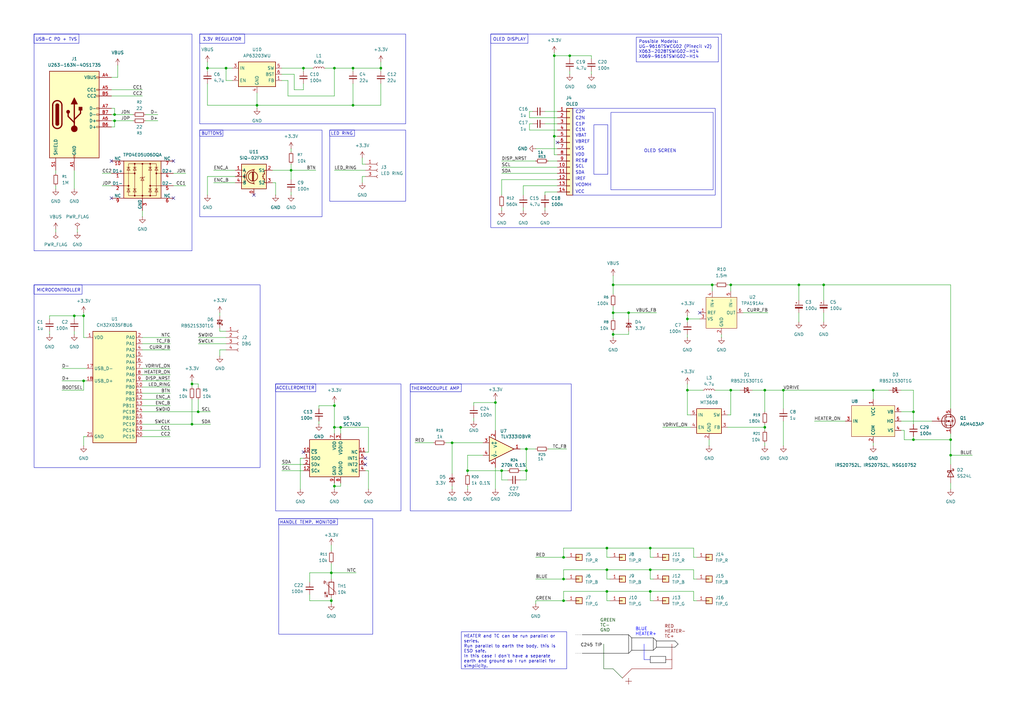
<source format=kicad_sch>
(kicad_sch
	(version 20250114)
	(generator "eeschema")
	(generator_version "9.0")
	(uuid "7095b018-eac3-4b01-b374-28e3216c4fd8")
	(paper "A3")
	
	(rectangle
		(start 113.03 157.48)
		(end 164.465 209.55)
		(stroke
			(width 0)
			(type default)
		)
		(fill
			(type none)
		)
		(uuid 25f66d05-38b5-4a17-99c1-8cad2c92cd3e)
	)
	(rectangle
		(start 13.97 13.97)
		(end 78.74 102.87)
		(stroke
			(width 0)
			(type default)
		)
		(fill
			(type none)
		)
		(uuid 34cfca7f-b72a-4261-a704-f33e6bc4b279)
	)
	(rectangle
		(start 113.03 157.48)
		(end 129.54 160.655)
		(stroke
			(width 0)
			(type default)
		)
		(fill
			(type none)
		)
		(uuid 37b1d202-d0af-4356-9cea-c5377ffdf5c6)
	)
	(rectangle
		(start 168.275 157.48)
		(end 189.23 160.655)
		(stroke
			(width 0)
			(type default)
		)
		(fill
			(type none)
		)
		(uuid 411456a7-808a-4a99-b2e7-4b00b0660778)
	)
	(rectangle
		(start 81.915 53.34)
		(end 91.44 55.88)
		(stroke
			(width 0)
			(type default)
		)
		(fill
			(type none)
		)
		(uuid 51756553-69aa-4f9f-a31a-a60fa2c78053)
	)
	(rectangle
		(start 135.255 53.34)
		(end 166.37 82.55)
		(stroke
			(width 0)
			(type default)
		)
		(fill
			(type none)
		)
		(uuid 7ca7d888-0de2-4ee4-9e02-bce99f6c7310)
	)
	(rectangle
		(start 13.97 116.84)
		(end 33.655 120.65)
		(stroke
			(width 0)
			(type default)
		)
		(fill
			(type none)
		)
		(uuid 7d5ee34c-3c30-4116-b034-575f8f5cbca0)
	)
	(rectangle
		(start 81.915 53.34)
		(end 132.08 88.9)
		(stroke
			(width 0)
			(type default)
		)
		(fill
			(type none)
		)
		(uuid 9c119ec4-7162-4594-9de4-9af2e8ac3469)
	)
	(rectangle
		(start 81.915 13.97)
		(end 100.33 17.78)
		(stroke
			(width 0)
			(type default)
		)
		(fill
			(type none)
		)
		(uuid 9d5c2b83-1ad1-4eb5-9c00-115d7cfbb819)
	)
	(rectangle
		(start 168.275 157.48)
		(end 234.315 209.55)
		(stroke
			(width 0)
			(type default)
		)
		(fill
			(type none)
		)
		(uuid a57dfd79-f7b7-44cf-be58-21e0757161fa)
	)
	(rectangle
		(start 13.97 116.84)
		(end 106.68 191.77)
		(stroke
			(width 0)
			(type default)
		)
		(fill
			(type none)
		)
		(uuid a66c837f-d550-4ad5-b67a-1a34b6eaed03)
	)
	(rectangle
		(start 250.571 46.101)
		(end 292.481 77.851)
		(stroke
			(width 0)
			(type default)
		)
		(fill
			(type none)
		)
		(uuid b323df54-646c-4c42-ac5d-c702f5da28df)
	)
	(rectangle
		(start 13.97 13.97)
		(end 32.385 17.78)
		(stroke
			(width 0)
			(type default)
		)
		(fill
			(type none)
		)
		(uuid b41c86f7-a703-4da7-9c7c-3d6f2dbdab0b)
	)
	(rectangle
		(start 114.3 212.725)
		(end 138.43 215.265)
		(stroke
			(width 0)
			(type default)
		)
		(fill
			(type none)
		)
		(uuid b798fff3-5d10-4e4c-948c-461a0845de52)
	)
	(rectangle
		(start 135.255 53.34)
		(end 145.415 55.88)
		(stroke
			(width 0)
			(type default)
		)
		(fill
			(type none)
		)
		(uuid bb60d903-b4fc-4579-917b-d8b1327cda5c)
	)
	(rectangle
		(start 234.95 44.45)
		(end 293.37 80.01)
		(stroke
			(width 0)
			(type default)
		)
		(fill
			(type none)
		)
		(uuid c7ed09f4-c5b0-447c-8527-2fd1a9942fc7)
	)
	(rectangle
		(start 201.295 13.97)
		(end 295.91 93.345)
		(stroke
			(width 0)
			(type default)
		)
		(fill
			(type none)
		)
		(uuid c86b0301-7b25-4d55-b6bd-bf1af0f3ea13)
	)
	(rectangle
		(start 243.586 51.181)
		(end 249.301 71.501)
		(stroke
			(width 0)
			(type default)
		)
		(fill
			(type none)
		)
		(uuid cc173c2c-4802-4b85-8dc1-c0ed1e2586ae)
	)
	(rectangle
		(start 81.915 13.97)
		(end 166.37 50.8)
		(stroke
			(width 0)
			(type default)
		)
		(fill
			(type none)
		)
		(uuid d5e44070-3c31-4662-9265-15546dcb33a9)
	)
	(rectangle
		(start 114.3 212.725)
		(end 152.908 260.096)
		(stroke
			(width 0)
			(type default)
		)
		(fill
			(type none)
		)
		(uuid dc78faa3-7706-462b-aff1-ea2259b8957d)
	)
	(rectangle
		(start 201.295 13.97)
		(end 216.535 17.78)
		(stroke
			(width 0)
			(type default)
		)
		(fill
			(type none)
		)
		(uuid df873f2f-b2dc-4231-b391-da9722f3ee43)
	)
	(text "RED\nHEATER-\nTC+"
		(exclude_from_sim no)
		(at 272.542 259.08 0)
		(effects
			(font
				(size 1.27 1.27)
				(color 132 0 0 1)
			)
			(justify left)
		)
		(uuid "074f802c-7871-4a94-9d0f-a3c07209b08e")
	)
	(text "3.3V REGULATOR"
		(exclude_from_sim no)
		(at 83.058 16.256 0)
		(effects
			(font
				(size 1.27 1.27)
			)
			(justify left)
		)
		(uuid "270c64e9-acc9-4bdf-adf9-51e85a7cfae3")
	)
	(text "C2N"
		(exclude_from_sim no)
		(at 235.966 48.514 0)
		(effects
			(font
				(size 1.27 1.27)
			)
			(justify left)
		)
		(uuid "303735e4-f194-4e97-9ddd-7741146e5965")
	)
	(text "USB-C PD + TVS"
		(exclude_from_sim no)
		(at 14.478 16.256 0)
		(effects
			(font
				(size 1.27 1.27)
			)
			(justify left)
		)
		(uuid "3b53ae36-2320-46df-8526-8d2b0e4cd267")
	)
	(text "BUTTONS"
		(exclude_from_sim no)
		(at 82.55 54.864 0)
		(effects
			(font
				(size 1.27 1.27)
			)
			(justify left)
		)
		(uuid "4ff0d853-92f6-4f02-aa33-1f252be5ef75")
	)
	(text "SCL"
		(exclude_from_sim no)
		(at 235.966 68.326 0)
		(effects
			(font
				(size 1.27 1.27)
			)
			(justify left)
		)
		(uuid "63c62cf3-4266-478a-9f68-199034fe5d8b")
	)
	(text "RES#"
		(exclude_from_sim no)
		(at 235.966 66.04 0)
		(effects
			(font
				(size 1.27 1.27)
			)
			(justify left)
		)
		(uuid "6ce3c0b9-bb73-4f4d-8996-df06398c02e3")
	)
	(text "C1P"
		(exclude_from_sim no)
		(at 235.966 51.054 0)
		(effects
			(font
				(size 1.27 1.27)
			)
			(justify left)
		)
		(uuid "6d196f00-fda4-408a-b16f-63e268646b7a")
	)
	(text "ACCELEROMETER"
		(exclude_from_sim no)
		(at 121.158 159.258 0)
		(effects
			(font
				(size 1.27 1.27)
			)
		)
		(uuid "6d3cce01-49eb-4036-848c-880563d726ff")
	)
	(text "IREF"
		(exclude_from_sim no)
		(at 235.966 73.406 0)
		(effects
			(font
				(size 1.27 1.27)
			)
			(justify left)
		)
		(uuid "78269562-db7d-4f9c-9409-11de08793bfa")
	)
	(text "BLUE\nHEATER+"
		(exclude_from_sim no)
		(at 260.604 259.08 0)
		(effects
			(font
				(size 1.27 1.27)
				(color 0 0 255 1)
			)
			(justify left)
		)
		(uuid "7cd917a9-991f-405e-b4ad-1658a33b6480")
	)
	(text "C1N"
		(exclude_from_sim no)
		(at 235.966 53.34 0)
		(effects
			(font
				(size 1.27 1.27)
			)
			(justify left)
		)
		(uuid "86eaf89d-7735-48bc-8adf-2c6d7e1c9267")
	)
	(text "C2P"
		(exclude_from_sim no)
		(at 235.966 45.974 0)
		(effects
			(font
				(size 1.27 1.27)
			)
			(justify left)
		)
		(uuid "88767c22-62f5-491f-8191-e622ce50d549")
	)
	(text "VDD"
		(exclude_from_sim no)
		(at 235.966 63.5 0)
		(effects
			(font
				(size 1.27 1.27)
			)
			(justify left)
		)
		(uuid "98ea20d6-f789-4c9a-9d2d-ddf9c4e55ce3")
	)
	(text "HANDLE TEMP. MONITOR"
		(exclude_from_sim no)
		(at 126.238 214.376 0)
		(effects
			(font
				(size 1.27 1.27)
			)
		)
		(uuid "9cf9be48-0da6-4698-b802-905b4321ec7e")
	)
	(text "OLED SCREEN"
		(exclude_from_sim no)
		(at 270.764 61.976 0)
		(effects
			(font
				(size 1.27 1.27)
			)
		)
		(uuid "a7d4d929-dbaa-411d-a847-37e4617db2b8")
	)
	(text "VCC"
		(exclude_from_sim no)
		(at 235.966 78.74 0)
		(effects
			(font
				(size 1.27 1.27)
			)
			(justify left)
		)
		(uuid "c0b5be38-ee7a-4c62-b666-9455a24b9bdf")
	)
	(text "SDA"
		(exclude_from_sim no)
		(at 235.966 70.866 0)
		(effects
			(font
				(size 1.27 1.27)
			)
			(justify left)
		)
		(uuid "d1f23843-c159-4734-816f-e3ebdc7225d4")
	)
	(text "VBREF"
		(exclude_from_sim no)
		(at 235.966 58.166 0)
		(effects
			(font
				(size 1.27 1.27)
			)
			(justify left)
		)
		(uuid "dc92fbc2-eb7d-47ac-891e-6de1528c9506")
	)
	(text "OLED DISPLAY"
		(exclude_from_sim no)
		(at 202.184 16.256 0)
		(effects
			(font
				(size 1.27 1.27)
			)
			(justify left)
		)
		(uuid "e1182865-9cf6-484e-b369-4d8124243a24")
	)
	(text "VBAT"
		(exclude_from_sim no)
		(at 235.966 55.626 0)
		(effects
			(font
				(size 1.27 1.27)
			)
			(justify left)
		)
		(uuid "e5136794-6a5a-4728-b4d0-e47266a8ec2c")
	)
	(text "VSS"
		(exclude_from_sim no)
		(at 235.966 60.96 0)
		(effects
			(font
				(size 1.27 1.27)
			)
			(justify left)
		)
		(uuid "e5277a5c-1568-43ec-ab65-5c403a9ddad3")
	)
	(text "VCOMH"
		(exclude_from_sim no)
		(at 235.966 75.946 0)
		(effects
			(font
				(size 1.27 1.27)
			)
			(justify left)
		)
		(uuid "e677c7ab-e79d-4a1c-8a88-4a56ca5d6b79")
	)
	(text "THERMOCOUPLE AMP"
		(exclude_from_sim no)
		(at 178.562 159.512 0)
		(effects
			(font
				(size 1.27 1.27)
			)
		)
		(uuid "e865e2d4-df9a-47d7-8bc3-1d543675c813")
	)
	(text "LED RING"
		(exclude_from_sim no)
		(at 140.208 54.864 0)
		(effects
			(font
				(size 1.27 1.27)
			)
		)
		(uuid "eebaafe7-13f6-4495-a884-67f3bb5c6ce1")
	)
	(text "MICROCONTROLLER"
		(exclude_from_sim no)
		(at 14.986 119.126 0)
		(effects
			(font
				(size 1.27 1.27)
			)
			(justify left)
		)
		(uuid "f4202bbd-17db-406a-9b6f-417fe43fdaab")
	)
	(text "C245 TIP"
		(exclude_from_sim no)
		(at 242.57 264.668 0)
		(effects
			(font
				(size 1.27 1.27)
				(color 0 0 0 1)
			)
		)
		(uuid "f5ebd9e6-7e85-4295-b1df-1fb1b0a60676")
	)
	(text "GREEN\nTC-\nGND"
		(exclude_from_sim no)
		(at 246.126 256.54 0)
		(effects
			(font
				(size 1.27 1.27)
				(color 0 72 0 1)
			)
			(justify left)
		)
		(uuid "fe22e110-b1c7-4e37-9dd2-ed4186183ab8")
	)
	(text_box "Possible Models:\nUG-9616TSWCG02 (Pinecil v2)\nX063-2028TSWIG02-H14\nX069-9616TSWIG02-H14"
		(exclude_from_sim no)
		(at 260.985 15.24 0)
		(size 33.655 10.16)
		(margins 0.9525 0.9525 0.9525 0.9525)
		(stroke
			(width 0)
			(type solid)
		)
		(fill
			(type none)
		)
		(effects
			(font
				(size 1.27 1.27)
			)
			(justify left top)
		)
		(uuid "aff1d92e-7948-41af-95d4-eec0b0d11729")
	)
	(text_box "HEATER and TC can be run parallel or series.\nRun parallel to earth the body, this is ESD safe.\nIn this case I don't have a separate earth and ground so I run parallel for simplicity."
		(exclude_from_sim no)
		(at 189.23 259.08 0)
		(size 43.18 15.24)
		(margins 0.9525 0.9525 0.9525 0.9525)
		(stroke
			(width 0)
			(type solid)
		)
		(fill
			(type none)
		)
		(effects
			(font
				(size 1.27 1.27)
			)
			(justify left top)
		)
		(uuid "f24e07f6-dab3-4874-a162-57756a4a0cb0")
	)
	(junction
		(at 81.28 168.91)
		(diameter 0)
		(color 0 0 0 0)
		(uuid "0376124e-fe7a-4814-987e-238a633a55c8")
	)
	(junction
		(at 299.72 160.02)
		(diameter 0)
		(color 0 0 0 0)
		(uuid "07d79252-3cfe-49d3-a697-b5180f951c75")
	)
	(junction
		(at 124.46 27.94)
		(diameter 0)
		(color 0 0 0 0)
		(uuid "0acd8611-5527-40f7-90a3-5c60d1adc1d0")
	)
	(junction
		(at 299.72 116.84)
		(diameter 0)
		(color 0 0 0 0)
		(uuid "1a97976b-dfb2-4683-a36c-95b1ecc6d489")
	)
	(junction
		(at 266.7 233.68)
		(diameter 0)
		(color 0 0 0 0)
		(uuid "1e78fea4-f170-467b-a37a-22058bb36a6d")
	)
	(junction
		(at 144.78 43.18)
		(diameter 0)
		(color 0 0 0 0)
		(uuid "22311b9f-04cf-44b4-b81a-9a2eee7d9814")
	)
	(junction
		(at 374.65 180.34)
		(diameter 0)
		(color 0 0 0 0)
		(uuid "253e7a83-9b7c-4d4c-b8d1-7fbacce38609")
	)
	(junction
		(at 231.14 237.49)
		(diameter 0)
		(color 0 0 0 0)
		(uuid "284f32c2-769a-4bc4-b2f0-a7c3e5ae68d6")
	)
	(junction
		(at 281.94 130.81)
		(diameter 0)
		(color 0 0 0 0)
		(uuid "2b9858fc-d565-4568-9ced-4f85b3261fac")
	)
	(junction
		(at 266.7 224.79)
		(diameter 0)
		(color 0 0 0 0)
		(uuid "3303fd32-4b4a-445d-bddd-01abf0d9be1e")
	)
	(junction
		(at 389.89 180.34)
		(diameter 0)
		(color 0 0 0 0)
		(uuid "3b65a788-4b4c-437e-96e5-165c51a854a4")
	)
	(junction
		(at 203.2 165.1)
		(diameter 0)
		(color 0 0 0 0)
		(uuid "3f9bcc33-18ad-48ec-8047-f514eddb9bd3")
	)
	(junction
		(at 266.7 242.57)
		(diameter 0)
		(color 0 0 0 0)
		(uuid "3ff58bdd-622b-46e9-99a2-8eca2ca30783")
	)
	(junction
		(at 389.89 186.69)
		(diameter 0)
		(color 0 0 0 0)
		(uuid "40073d49-3f44-4af7-a787-657ab510a928")
	)
	(junction
		(at 358.14 160.02)
		(diameter 0)
		(color 0 0 0 0)
		(uuid "4022ea02-a839-4e77-8442-99daabad0cb4")
	)
	(junction
		(at 374.65 168.91)
		(diameter 0)
		(color 0 0 0 0)
		(uuid "45cd84fd-2fd0-4481-9f27-779c4e05a620")
	)
	(junction
		(at 191.77 193.04)
		(diameter 0)
		(color 0 0 0 0)
		(uuid "4793f579-9960-4fea-a983-16516b9a6a74")
	)
	(junction
		(at 337.82 116.84)
		(diameter 0)
		(color 0 0 0 0)
		(uuid "47ccf2d1-6ca7-484c-9fcc-e3b6cf23b44b")
	)
	(junction
		(at 30.48 129.54)
		(diameter 0)
		(color 0 0 0 0)
		(uuid "4a00e859-a3fe-467b-8ce9-def1b4a6bc1d")
	)
	(junction
		(at 281.94 160.02)
		(diameter 0)
		(color 0 0 0 0)
		(uuid "4c2788f8-2f3d-4c09-bf35-9265ddb84f5d")
	)
	(junction
		(at 231.14 228.6)
		(diameter 0)
		(color 0 0 0 0)
		(uuid "4e000b4e-efac-4699-be88-c8c4a1e11b0e")
	)
	(junction
		(at 137.16 27.94)
		(diameter 0)
		(color 0 0 0 0)
		(uuid "4e457d4d-37fd-4b51-a420-85ebb8dc04c5")
	)
	(junction
		(at 251.46 137.16)
		(diameter 0)
		(color 0 0 0 0)
		(uuid "5356a73a-34f6-4489-9bec-01ccee3dfe09")
	)
	(junction
		(at 137.16 175.26)
		(diameter 0)
		(color 0 0 0 0)
		(uuid "589eff9d-eed1-4df5-98d6-26b7c768b426")
	)
	(junction
		(at 46.99 49.53)
		(diameter 0)
		(color 0 0 0 0)
		(uuid "5e8d1cf7-167e-4030-9f28-7c115ea5395b")
	)
	(junction
		(at 248.92 233.68)
		(diameter 0)
		(color 0 0 0 0)
		(uuid "5ea4f1af-29c5-41cd-b15b-81097d2b6427")
	)
	(junction
		(at 227.33 55.88)
		(diameter 0)
		(color 0 0 0 0)
		(uuid "5fbb3de9-86ee-49ad-a284-eb55f1cc692a")
	)
	(junction
		(at 292.1 116.84)
		(diameter 0)
		(color 0 0 0 0)
		(uuid "5feb41b2-1973-47b7-a124-0b6e2628d43d")
	)
	(junction
		(at 248.92 242.57)
		(diameter 0)
		(color 0 0 0 0)
		(uuid "64f8ff53-fd25-4945-b8a5-64153356f23e")
	)
	(junction
		(at 257.81 128.27)
		(diameter 0)
		(color 0 0 0 0)
		(uuid "72a3e6ce-0be8-4ce5-948e-b5935f1538fc")
	)
	(junction
		(at 233.68 22.86)
		(diameter 0)
		(color 0 0 0 0)
		(uuid "73b54f8a-8892-4f5c-ad2f-0a2e6cc384c3")
	)
	(junction
		(at 34.29 129.54)
		(diameter 0)
		(color 0 0 0 0)
		(uuid "7463436f-e839-4ea2-a4bf-81f122061b20")
	)
	(junction
		(at 205.74 193.04)
		(diameter 0)
		(color 0 0 0 0)
		(uuid "77d052f3-f174-4ac4-b7f3-74fd8cd4f0e2")
	)
	(junction
		(at 78.74 157.48)
		(diameter 0)
		(color 0 0 0 0)
		(uuid "81607e46-ed60-4e7b-900a-af756b50d9d4")
	)
	(junction
		(at 313.69 160.02)
		(diameter 0)
		(color 0 0 0 0)
		(uuid "81928cab-d290-47f7-99c7-9c8f417d4c4e")
	)
	(junction
		(at 137.16 166.37)
		(diameter 0)
		(color 0 0 0 0)
		(uuid "84b1d133-5555-4f34-9259-4c4a00397909")
	)
	(junction
		(at 215.9 193.04)
		(diameter 0)
		(color 0 0 0 0)
		(uuid "879d8513-8c12-4c71-805b-cfd0566ce6a8")
	)
	(junction
		(at 34.29 156.21)
		(diameter 0)
		(color 0 0 0 0)
		(uuid "89bcf90e-9038-4def-8280-30d23811eeb8")
	)
	(junction
		(at 227.33 22.86)
		(diameter 0)
		(color 0 0 0 0)
		(uuid "9531702c-c6a6-4297-8a10-64a5c6fc90b3")
	)
	(junction
		(at 135.89 246.38)
		(diameter 0)
		(color 0 0 0 0)
		(uuid "9ba723fb-78b5-4d72-ae3c-94d59ceb7ba3")
	)
	(junction
		(at 251.46 116.84)
		(diameter 0)
		(color 0 0 0 0)
		(uuid "a3b1ebda-28bf-4cca-a91f-ab0720e0e5f5")
	)
	(junction
		(at 215.9 184.15)
		(diameter 0)
		(color 0 0 0 0)
		(uuid "aff6f7cf-f995-4965-9b70-2f6e1afd3257")
	)
	(junction
		(at 251.46 128.27)
		(diameter 0)
		(color 0 0 0 0)
		(uuid "b257f578-3f04-4267-ba31-62cb9e7e56e2")
	)
	(junction
		(at 327.66 116.84)
		(diameter 0)
		(color 0 0 0 0)
		(uuid "bd622f08-db3a-4046-921d-58baf4c7d1bc")
	)
	(junction
		(at 185.42 181.61)
		(diameter 0)
		(color 0 0 0 0)
		(uuid "be519101-b7e2-4e85-bc0c-866a0a6fdb77")
	)
	(junction
		(at 135.89 234.95)
		(diameter 0)
		(color 0 0 0 0)
		(uuid "c4f19431-f823-4a18-902b-e25529b1c304")
	)
	(junction
		(at 156.21 27.94)
		(diameter 0)
		(color 0 0 0 0)
		(uuid "caa23b1a-fb60-423d-84ed-a4ec6bda7dc1")
	)
	(junction
		(at 78.74 173.99)
		(diameter 0)
		(color 0 0 0 0)
		(uuid "cb369bbe-c983-4f03-86f5-9ab8b3b58edd")
	)
	(junction
		(at 119.38 69.85)
		(diameter 0)
		(color 0 0 0 0)
		(uuid "cbfb9910-a9c3-4d1d-beaf-ad4934f7e32e")
	)
	(junction
		(at 313.69 175.26)
		(diameter 0)
		(color 0 0 0 0)
		(uuid "cc109a5d-bdf8-421c-800f-f4fb1ea8fcea")
	)
	(junction
		(at 105.41 43.18)
		(diameter 0)
		(color 0 0 0 0)
		(uuid "d049456d-20ee-4308-a384-c295c5fb64a1")
	)
	(junction
		(at 137.16 199.39)
		(diameter 0)
		(color 0 0 0 0)
		(uuid "d3c0ec6c-e13a-496a-ad1c-ba60afc46b96")
	)
	(junction
		(at 46.99 46.99)
		(diameter 0)
		(color 0 0 0 0)
		(uuid "d3cb3929-1383-43bf-9aa0-8d6179547879")
	)
	(junction
		(at 144.78 27.94)
		(diameter 0)
		(color 0 0 0 0)
		(uuid "d5fd0359-f76b-4cc1-9ea5-8682bade4542")
	)
	(junction
		(at 321.31 160.02)
		(diameter 0)
		(color 0 0 0 0)
		(uuid "e5115188-7348-4d7f-9464-18609567d3fc")
	)
	(junction
		(at 92.71 27.94)
		(diameter 0)
		(color 0 0 0 0)
		(uuid "e80bc681-7695-43f3-a2bd-d411c7e86409")
	)
	(junction
		(at 231.14 246.38)
		(diameter 0)
		(color 0 0 0 0)
		(uuid "ea75d511-588c-4431-8d03-5392322d567d")
	)
	(junction
		(at 139.7 175.26)
		(diameter 0)
		(color 0 0 0 0)
		(uuid "ea9ea449-1699-40d7-8a1c-89a1d2111f96")
	)
	(junction
		(at 248.92 224.79)
		(diameter 0)
		(color 0 0 0 0)
		(uuid "ebd518cf-54ce-4d1f-b736-386303c84246")
	)
	(junction
		(at 85.09 27.94)
		(diameter 0)
		(color 0 0 0 0)
		(uuid "f1df4cab-d95d-4e21-b204-cc5686c3ccd2")
	)
	(no_connect
		(at 287.02 128.27)
		(uuid "06611bec-51b6-46da-9687-f0c27668a583")
	)
	(no_connect
		(at 149.86 187.96)
		(uuid "12b81ef0-4fba-4b2f-98fa-a2180c0447e2")
	)
	(no_connect
		(at 149.86 190.5)
		(uuid "2b4977a8-0f21-4fec-84e4-4c603e997be4")
	)
	(no_connect
		(at 71.12 81.28)
		(uuid "46b4ccbc-24ab-4899-8505-9a1bc9336197")
	)
	(no_connect
		(at 45.72 66.04)
		(uuid "613b3790-5218-413f-a343-e26aa4ea4b95")
	)
	(no_connect
		(at 228.6 58.42)
		(uuid "8d801d13-32fe-4e34-8cc5-b8a86a497023")
	)
	(no_connect
		(at 124.46 185.42)
		(uuid "bb17c601-45a1-4eb6-aaaf-eada3efdd523")
	)
	(no_connect
		(at 45.72 81.28)
		(uuid "c9b41e3a-80a4-4410-be4c-91975e86700a")
	)
	(no_connect
		(at 104.14 80.01)
		(uuid "d8cbb7b8-f348-43ed-b12a-7c884625729d")
	)
	(no_connect
		(at 71.12 66.04)
		(uuid "e9fc4535-1911-4390-b5e2-c282d53c9319")
	)
	(polyline
		(pts
			(xy 269.24 265.43) (xy 267.97 266.7)
		)
		(stroke
			(width 0)
			(type default)
			(color 0 0 0 1)
		)
		(uuid "026bb0ed-6072-40a3-95a7-f0b0e5bb9f80")
	)
	(wire
		(pts
			(xy 156.21 25.4) (xy 156.21 27.94)
		)
		(stroke
			(width 0)
			(type default)
		)
		(uuid "0280334b-627a-4233-a676-012a207d9298")
	)
	(wire
		(pts
			(xy 123.19 187.96) (xy 124.46 187.96)
		)
		(stroke
			(width 0)
			(type default)
		)
		(uuid "03f9526b-c252-4cea-a8ec-81306ff6df76")
	)
	(wire
		(pts
			(xy 41.91 76.2) (xy 45.72 76.2)
		)
		(stroke
			(width 0)
			(type default)
		)
		(uuid "057a48eb-9b1d-42a5-bf44-6985b9321748")
	)
	(wire
		(pts
			(xy 227.33 55.88) (xy 228.6 55.88)
		)
		(stroke
			(width 0)
			(type default)
		)
		(uuid "06a39b25-e5c0-48bf-8f66-6ff9e46efda7")
	)
	(polyline
		(pts
			(xy 275.59 270.51) (xy 273.05 270.51)
		)
		(stroke
			(width 0)
			(type solid)
			(color 132 0 0 1)
		)
		(uuid "07b98816-3d51-4f72-b198-7c04ddd02a60")
	)
	(wire
		(pts
			(xy 299.72 160.02) (xy 299.72 170.18)
		)
		(stroke
			(width 0)
			(type default)
		)
		(uuid "08ca60c2-d79a-4019-861d-7c88280594b9")
	)
	(wire
		(pts
			(xy 115.57 193.04) (xy 124.46 193.04)
		)
		(stroke
			(width 0)
			(type default)
		)
		(uuid "093a4bfc-aabd-4586-948a-1580d9afeffa")
	)
	(wire
		(pts
			(xy 45.72 36.83) (xy 58.42 36.83)
		)
		(stroke
			(width 0)
			(type default)
		)
		(uuid "098337dc-d67f-4f92-9e59-aa0530495823")
	)
	(wire
		(pts
			(xy 369.57 168.91) (xy 374.65 168.91)
		)
		(stroke
			(width 0)
			(type default)
		)
		(uuid "0991fc57-c77d-4d8b-a7f5-93559a71531e")
	)
	(wire
		(pts
			(xy 284.48 228.6) (xy 285.75 228.6)
		)
		(stroke
			(width 0)
			(type default)
		)
		(uuid "0b3b1be4-2c7f-47f2-886c-9ff27992e090")
	)
	(wire
		(pts
			(xy 283.21 170.18) (xy 281.94 170.18)
		)
		(stroke
			(width 0)
			(type default)
		)
		(uuid "0bdd0dd3-1438-4145-a164-7482936ecc91")
	)
	(polyline
		(pts
			(xy 236.22 260.35) (xy 238.76 260.35)
		)
		(stroke
			(width 0)
			(type dot)
			(color 0 0 0 1)
		)
		(uuid "0bebbeb1-bed0-4084-8b40-7ac03a835cd7")
	)
	(wire
		(pts
			(xy 358.14 181.61) (xy 358.14 182.88)
		)
		(stroke
			(width 0)
			(type default)
		)
		(uuid "0c9fa1d8-a413-4dad-b1e6-53724d6877dc")
	)
	(wire
		(pts
			(xy 374.65 179.07) (xy 374.65 180.34)
		)
		(stroke
			(width 0)
			(type default)
		)
		(uuid "0d1d8e67-44be-4e93-8637-8b77df712344")
	)
	(wire
		(pts
			(xy 85.09 34.29) (xy 85.09 43.18)
		)
		(stroke
			(width 0)
			(type default)
		)
		(uuid "0d1da041-1604-484f-8588-64418e6780df")
	)
	(wire
		(pts
			(xy 281.94 157.48) (xy 281.94 160.02)
		)
		(stroke
			(width 0)
			(type default)
		)
		(uuid "0d6f32d5-98ad-41ed-b781-51035ba32ce2")
	)
	(polyline
		(pts
			(xy 266.7 269.24) (xy 266.7 271.78)
		)
		(stroke
			(width 0)
			(type solid)
			(color 0 0 0 1)
		)
		(uuid "0e087217-7caf-4ae9-80d3-cf5e99ccbd9c")
	)
	(wire
		(pts
			(xy 78.74 157.48) (xy 81.28 157.48)
		)
		(stroke
			(width 0)
			(type default)
		)
		(uuid "0e2e8ef7-9967-4f2a-a391-35d57131fb71")
	)
	(wire
		(pts
			(xy 248.92 224.79) (xy 266.7 224.79)
		)
		(stroke
			(width 0)
			(type default)
		)
		(uuid "0ea3b0f9-9010-4b04-86d3-c4830ab1836d")
	)
	(wire
		(pts
			(xy 127 234.95) (xy 135.89 234.95)
		)
		(stroke
			(width 0)
			(type default)
		)
		(uuid "0f8627da-dc1e-4504-acfc-120e3647c5b5")
	)
	(wire
		(pts
			(xy 58.42 158.75) (xy 69.85 158.75)
		)
		(stroke
			(width 0)
			(type default)
		)
		(uuid "0f968ad1-38fa-43f3-a9ca-eaab57060db2")
	)
	(wire
		(pts
			(xy 214.63 85.09) (xy 214.63 86.36)
		)
		(stroke
			(width 0)
			(type default)
		)
		(uuid "0fdf5b0f-14a7-4ff5-aee8-91dcf3e80430")
	)
	(polyline
		(pts
			(xy 276.86 262.89) (xy 278.13 264.16)
		)
		(stroke
			(width 0)
			(type default)
			(color 0 0 0 1)
		)
		(uuid "0ffc5971-b130-492f-a7ea-ccd3781d517b")
	)
	(wire
		(pts
			(xy 251.46 125.73) (xy 251.46 128.27)
		)
		(stroke
			(width 0)
			(type default)
		)
		(uuid "10b7f4bb-8e85-4f50-bd94-98083d6c2f27")
	)
	(wire
		(pts
			(xy 321.31 167.64) (xy 321.31 160.02)
		)
		(stroke
			(width 0)
			(type default)
		)
		(uuid "1213dcc9-1528-4b78-b712-6cdbea454856")
	)
	(wire
		(pts
			(xy 191.77 193.04) (xy 191.77 186.69)
		)
		(stroke
			(width 0)
			(type default)
		)
		(uuid "12f02fb2-28a7-4766-ae13-424545151178")
	)
	(wire
		(pts
			(xy 137.16 175.26) (xy 137.16 177.8)
		)
		(stroke
			(width 0)
			(type default)
		)
		(uuid "135c080a-b87a-42f2-bd23-e8f54c5ee6c7")
	)
	(wire
		(pts
			(xy 148.59 74.93) (xy 148.59 72.39)
		)
		(stroke
			(width 0)
			(type default)
		)
		(uuid "13a8fbae-4055-4538-a775-7561035458e6")
	)
	(wire
		(pts
			(xy 191.77 193.04) (xy 205.74 193.04)
		)
		(stroke
			(width 0)
			(type default)
		)
		(uuid "13e7537a-edd6-43d5-8bb0-f6eb3d491016")
	)
	(wire
		(pts
			(xy 257.81 137.16) (xy 251.46 137.16)
		)
		(stroke
			(width 0)
			(type default)
		)
		(uuid "13fdc45e-79a2-4146-a607-12db049e38ab")
	)
	(wire
		(pts
			(xy 215.9 193.04) (xy 215.9 184.15)
		)
		(stroke
			(width 0)
			(type default)
		)
		(uuid "1427c6b1-5293-499b-9663-f54121cc8ca4")
	)
	(wire
		(pts
			(xy 48.26 31.75) (xy 48.26 26.67)
		)
		(stroke
			(width 0)
			(type default)
		)
		(uuid "14b83c6b-fa77-4ec1-b020-d89f490dd1db")
	)
	(wire
		(pts
			(xy 87.63 69.85) (xy 96.52 69.85)
		)
		(stroke
			(width 0)
			(type default)
		)
		(uuid "15d75b7e-53c1-4b3b-bead-3e9845084cb1")
	)
	(wire
		(pts
			(xy 327.66 116.84) (xy 337.82 116.84)
		)
		(stroke
			(width 0)
			(type default)
		)
		(uuid "160924b9-71b2-497e-afa5-3fa032761b8c")
	)
	(wire
		(pts
			(xy 203.2 163.83) (xy 203.2 165.1)
		)
		(stroke
			(width 0)
			(type default)
		)
		(uuid "16a235b6-6479-41c3-934b-5990cd87fafe")
	)
	(wire
		(pts
			(xy 227.33 55.88) (xy 227.33 63.5)
		)
		(stroke
			(width 0)
			(type default)
		)
		(uuid "16a6ad92-1a6b-4d2b-93f1-5652f5947dbb")
	)
	(wire
		(pts
			(xy 231.14 228.6) (xy 232.41 228.6)
		)
		(stroke
			(width 0)
			(type default)
		)
		(uuid "17df628e-6e1c-4007-bf79-a6f4989ca29e")
	)
	(wire
		(pts
			(xy 45.72 52.07) (xy 46.99 52.07)
		)
		(stroke
			(width 0)
			(type default)
		)
		(uuid "18438b3a-827e-4972-b4d2-e39627126fd2")
	)
	(polyline
		(pts
			(xy 255.27 260.35) (xy 257.81 260.35)
		)
		(stroke
			(width 0)
			(type default)
			(color 0 0 0 1)
		)
		(uuid "185695dd-6d7c-4a99-817d-9d7e560e285b")
	)
	(wire
		(pts
			(xy 58.42 153.67) (xy 69.85 153.67)
		)
		(stroke
			(width 0)
			(type default)
		)
		(uuid "185cc638-609c-4acf-9a83-434d47f9bece")
	)
	(wire
		(pts
			(xy 248.92 228.6) (xy 250.19 228.6)
		)
		(stroke
			(width 0)
			(type default)
		)
		(uuid "186284b8-bd67-4889-90c2-387a38831a45")
	)
	(wire
		(pts
			(xy 321.31 160.02) (xy 313.69 160.02)
		)
		(stroke
			(width 0)
			(type default)
		)
		(uuid "18853170-98c0-4142-a886-9b88272679cd")
	)
	(wire
		(pts
			(xy 231.14 242.57) (xy 248.92 242.57)
		)
		(stroke
			(width 0)
			(type default)
		)
		(uuid "19a14244-1aa6-4e39-a21f-a4b520ce6566")
	)
	(wire
		(pts
			(xy 281.94 170.18) (xy 281.94 160.02)
		)
		(stroke
			(width 0)
			(type default)
		)
		(uuid "19c2bb4e-b6a2-428b-b46d-e50a0b5d9ad9")
	)
	(wire
		(pts
			(xy 90.17 135.89) (xy 92.71 135.89)
		)
		(stroke
			(width 0)
			(type default)
		)
		(uuid "1b5db70b-c75a-47b9-9005-1a033afb345d")
	)
	(wire
		(pts
			(xy 374.65 180.34) (xy 389.89 180.34)
		)
		(stroke
			(width 0)
			(type default)
		)
		(uuid "1b77d230-b149-4ebc-9500-892f807d9feb")
	)
	(wire
		(pts
			(xy 127 246.38) (xy 127 243.84)
		)
		(stroke
			(width 0)
			(type default)
		)
		(uuid "1b9cd177-a46a-4a5a-81a3-e55bb87811dd")
	)
	(polyline
		(pts
			(xy 264.16 264.16) (xy 264.16 270.51)
		)
		(stroke
			(width 0)
			(type solid)
			(color 0 0 255 1)
		)
		(uuid "1ba11ea6-79fc-470e-8095-8fd6d151a60b")
	)
	(wire
		(pts
			(xy 58.42 166.37) (xy 69.85 166.37)
		)
		(stroke
			(width 0)
			(type default)
		)
		(uuid "1c31a3a0-71be-4869-aecb-fe7720f70370")
	)
	(wire
		(pts
			(xy 266.7 246.38) (xy 267.97 246.38)
		)
		(stroke
			(width 0)
			(type default)
		)
		(uuid "1cf9f715-8924-4551-8321-2cb14bcb7a4b")
	)
	(polyline
		(pts
			(xy 247.65 264.16) (xy 247.65 274.32)
		)
		(stroke
			(width 0)
			(type solid)
			(color 0 72 0 1)
		)
		(uuid "1d759bc9-3b87-4396-975b-76eb784a4ee5")
	)
	(wire
		(pts
			(xy 95.25 27.94) (xy 92.71 27.94)
		)
		(stroke
			(width 0)
			(type default)
		)
		(uuid "202f5003-0a48-4fcb-962b-eb5d0b2eea8c")
	)
	(wire
		(pts
			(xy 231.14 237.49) (xy 231.14 233.68)
		)
		(stroke
			(width 0)
			(type default)
		)
		(uuid "208cd2f2-adb5-4a75-b940-1381a809b269")
	)
	(wire
		(pts
			(xy 337.82 128.27) (xy 337.82 132.08)
		)
		(stroke
			(width 0)
			(type default)
		)
		(uuid "21b676c0-6f31-4170-99e5-c5b07f453a7f")
	)
	(wire
		(pts
			(xy 105.41 43.18) (xy 144.78 43.18)
		)
		(stroke
			(width 0)
			(type default)
		)
		(uuid "228d2b28-0e5e-4a0f-9a64-60ca034456d5")
	)
	(wire
		(pts
			(xy 22.86 69.85) (xy 22.86 71.12)
		)
		(stroke
			(width 0)
			(type default)
		)
		(uuid "22ceb097-bc74-4764-aecd-0b980944d711")
	)
	(wire
		(pts
			(xy 231.14 224.79) (xy 231.14 228.6)
		)
		(stroke
			(width 0)
			(type default)
		)
		(uuid "24d72d9c-7088-49fe-b9b0-0f36f49c22e7")
	)
	(wire
		(pts
			(xy 284.48 246.38) (xy 285.75 246.38)
		)
		(stroke
			(width 0)
			(type default)
		)
		(uuid "2616a777-c896-4d19-9dd1-44f1b40faa16")
	)
	(wire
		(pts
			(xy 266.7 237.49) (xy 267.97 237.49)
		)
		(stroke
			(width 0)
			(type default)
		)
		(uuid "28258bd8-18c4-469b-be71-ef9ab42f0cf4")
	)
	(wire
		(pts
			(xy 208.28 196.85) (xy 205.74 196.85)
		)
		(stroke
			(width 0)
			(type default)
		)
		(uuid "28f9a714-ce47-4a87-9eba-39a2e1e51e21")
	)
	(wire
		(pts
			(xy 137.16 39.37) (xy 118.11 39.37)
		)
		(stroke
			(width 0)
			(type default)
		)
		(uuid "296133f5-2a32-47e9-994c-67f3c4c032fa")
	)
	(polyline
		(pts
			(xy 275.59 264.16) (xy 275.59 270.51)
		)
		(stroke
			(width 0)
			(type solid)
			(color 132 0 0 1)
		)
		(uuid "2986f712-090f-47d7-9d1c-d91842ebf259")
	)
	(wire
		(pts
			(xy 248.92 242.57) (xy 266.7 242.57)
		)
		(stroke
			(width 0)
			(type default)
		)
		(uuid "29f41644-402c-4df3-aa82-716fe9752efd")
	)
	(wire
		(pts
			(xy 46.99 44.45) (xy 46.99 46.99)
		)
		(stroke
			(width 0)
			(type default)
		)
		(uuid "2b6c7f04-a093-4524-90eb-496f9f787527")
	)
	(polyline
		(pts
			(xy 273.05 270.51) (xy 273.05 269.24)
		)
		(stroke
			(width 0)
			(type solid)
			(color 0 0 0 1)
		)
		(uuid "2c47bba1-b584-4271-bdfb-c24c01ea95ec")
	)
	(wire
		(pts
			(xy 205.74 73.66) (xy 205.74 80.01)
		)
		(stroke
			(width 0)
			(type default)
		)
		(uuid "2c6750b6-74c7-4d32-8f14-8af4353a5366")
	)
	(wire
		(pts
			(xy 231.14 224.79) (xy 248.92 224.79)
		)
		(stroke
			(width 0)
			(type default)
		)
		(uuid "2c6d220a-0a4b-4ff0-96fe-2ee1e16fcd9b")
	)
	(wire
		(pts
			(xy 105.41 43.18) (xy 105.41 44.45)
		)
		(stroke
			(width 0)
			(type default)
		)
		(uuid "2caf9a90-c3fc-4061-b393-2a0dec203c07")
	)
	(wire
		(pts
			(xy 144.78 43.18) (xy 156.21 43.18)
		)
		(stroke
			(width 0)
			(type default)
		)
		(uuid "2e8bc53e-95b2-4423-886b-bfb2eecd08b4")
	)
	(wire
		(pts
			(xy 45.72 31.75) (xy 48.26 31.75)
		)
		(stroke
			(width 0)
			(type default)
		)
		(uuid "2f68ac55-2ae3-4fdc-bcfb-21f448f1abfc")
	)
	(wire
		(pts
			(xy 135.89 234.95) (xy 146.05 234.95)
		)
		(stroke
			(width 0)
			(type default)
		)
		(uuid "2f7c8f4f-5718-4ee6-b598-55a2c858af33")
	)
	(wire
		(pts
			(xy 266.7 242.57) (xy 284.48 242.57)
		)
		(stroke
			(width 0)
			(type default)
		)
		(uuid "2fbb547f-23cf-4496-89ab-aa2301b850bd")
	)
	(wire
		(pts
			(xy 137.16 165.1) (xy 137.16 166.37)
		)
		(stroke
			(width 0)
			(type default)
		)
		(uuid "2ff8f590-a0dd-4986-b523-e06c9b3827a0")
	)
	(polyline
		(pts
			(xy 259.08 261.62) (xy 259.08 266.7)
		)
		(stroke
			(width 0)
			(type default)
			(color 0 0 0 1)
		)
		(uuid "2ffefb90-6206-45ca-b57b-84bd29cfce39")
	)
	(wire
		(pts
			(xy 321.31 160.02) (xy 358.14 160.02)
		)
		(stroke
			(width 0)
			(type default)
		)
		(uuid "30582172-f069-4a5c-98a5-78a219f57280")
	)
	(polyline
		(pts
			(xy 266.7 261.62) (xy 267.97 261.62)
		)
		(stroke
			(width 0)
			(type default)
			(color 0 0 0 1)
		)
		(uuid "30fd122b-5121-4a83-88df-f8bbacf354a5")
	)
	(wire
		(pts
			(xy 58.42 179.07) (xy 69.85 179.07)
		)
		(stroke
			(width 0)
			(type default)
		)
		(uuid "31a5a27a-16db-4a49-a5fb-95805556c18e")
	)
	(wire
		(pts
			(xy 124.46 36.83) (xy 120.65 36.83)
		)
		(stroke
			(width 0)
			(type default)
		)
		(uuid "326fcbeb-6568-414a-bae2-3482d5ca26c6")
	)
	(wire
		(pts
			(xy 130.81 167.64) (xy 130.81 166.37)
		)
		(stroke
			(width 0)
			(type default)
		)
		(uuid "34170387-03a3-4d7d-9f6a-9db512b2f47f")
	)
	(wire
		(pts
			(xy 92.71 27.94) (xy 85.09 27.94)
		)
		(stroke
			(width 0)
			(type default)
		)
		(uuid "35fc1e6c-2319-48d6-b1ef-3f4c892dc210")
	)
	(wire
		(pts
			(xy 185.42 181.61) (xy 198.12 181.61)
		)
		(stroke
			(width 0)
			(type default)
		)
		(uuid "36f53756-61b8-4225-b3bf-fa4d238d3b1c")
	)
	(wire
		(pts
			(xy 34.29 129.54) (xy 34.29 138.43)
		)
		(stroke
			(width 0)
			(type default)
		)
		(uuid "37760e84-34f3-4903-8420-24fbe82cc7d6")
	)
	(polyline
		(pts
			(xy 257.81 275.59) (xy 255.27 278.13)
		)
		(stroke
			(width 0)
			(type solid)
			(color 132 0 0 1)
		)
		(uuid "37ebe191-502b-4008-ade9-750ab2ba02d7")
	)
	(wire
		(pts
			(xy 85.09 27.94) (xy 85.09 29.21)
		)
		(stroke
			(width 0)
			(type default)
		)
		(uuid "3855a61f-666e-4706-aff6-2793b5d48fb3")
	)
	(wire
		(pts
			(xy 58.42 86.36) (xy 58.42 88.9)
		)
		(stroke
			(width 0)
			(type default)
		)
		(uuid "3884bd08-970a-4525-a7ae-3d118eacfc46")
	)
	(wire
		(pts
			(xy 156.21 29.21) (xy 156.21 27.94)
		)
		(stroke
			(width 0)
			(type default)
		)
		(uuid "3be291d1-3abb-48c6-8d25-0c043a9fcb68")
	)
	(wire
		(pts
			(xy 228.6 53.34) (xy 217.17 53.34)
		)
		(stroke
			(width 0)
			(type default)
		)
		(uuid "3cc74a2e-0fe8-421a-b5ee-daa8e8b3a712")
	)
	(wire
		(pts
			(xy 266.7 233.68) (xy 266.7 237.49)
		)
		(stroke
			(width 0)
			(type default)
		)
		(uuid "3d8111d1-5754-4d6e-a849-470a6bd591a5")
	)
	(wire
		(pts
			(xy 81.28 158.75) (xy 81.28 157.48)
		)
		(stroke
			(width 0)
			(type default)
		)
		(uuid "3e0b80ea-981d-44ea-98ef-2a7e6f6c8ed9")
	)
	(wire
		(pts
			(xy 224.79 66.04) (xy 228.6 66.04)
		)
		(stroke
			(width 0)
			(type default)
		)
		(uuid "3e7e3e9e-2270-4d22-887c-ad05a3264519")
	)
	(wire
		(pts
			(xy 231.14 246.38) (xy 231.14 242.57)
		)
		(stroke
			(width 0)
			(type default)
		)
		(uuid "3fa2d78b-ebb4-4831-a7a1-a277abddf5b5")
	)
	(wire
		(pts
			(xy 59.69 49.53) (xy 64.77 49.53)
		)
		(stroke
			(width 0)
			(type default)
		)
		(uuid "3fb95421-59f4-497f-8b94-8962c1179ed1")
	)
	(wire
		(pts
			(xy 20.32 129.54) (xy 30.48 129.54)
		)
		(stroke
			(width 0)
			(type default)
		)
		(uuid "40920f53-5818-408c-bc37-08872dc5c2db")
	)
	(wire
		(pts
			(xy 151.13 193.04) (xy 151.13 200.66)
		)
		(stroke
			(width 0)
			(type default)
		)
		(uuid "40b028e4-52bf-4d41-b4ef-331b7c9a978e")
	)
	(wire
		(pts
			(xy 185.42 199.39) (xy 185.42 200.66)
		)
		(stroke
			(width 0)
			(type default)
		)
		(uuid "43271041-c5c8-412c-bfdd-5618a8d6f936")
	)
	(wire
		(pts
			(xy 149.86 193.04) (xy 151.13 193.04)
		)
		(stroke
			(width 0)
			(type default)
		)
		(uuid "435771e7-7406-4d64-854d-386effbd573f")
	)
	(wire
		(pts
			(xy 369.57 160.02) (xy 374.65 160.02)
		)
		(stroke
			(width 0)
			(type default)
		)
		(uuid "43bc359c-fbc5-42f0-9eb9-e197be54c3b7")
	)
	(wire
		(pts
			(xy 327.66 128.27) (xy 327.66 132.08)
		)
		(stroke
			(width 0)
			(type default)
		)
		(uuid "441ff4a3-f859-423e-b7b8-38e180e5fb28")
	)
	(wire
		(pts
			(xy 231.14 246.38) (xy 232.41 246.38)
		)
		(stroke
			(width 0)
			(type default)
		)
		(uuid "44421f2e-8ea1-481c-996b-c429ad7430a2")
	)
	(wire
		(pts
			(xy 45.72 39.37) (xy 58.42 39.37)
		)
		(stroke
			(width 0)
			(type default)
		)
		(uuid "44f9df40-5b32-48e7-b548-a32438cf0dfd")
	)
	(wire
		(pts
			(xy 85.09 43.18) (xy 105.41 43.18)
		)
		(stroke
			(width 0)
			(type default)
		)
		(uuid "4565d69f-09cb-47a5-b4c9-ecffd44c036a")
	)
	(wire
		(pts
			(xy 284.48 233.68) (xy 284.48 237.49)
		)
		(stroke
			(width 0)
			(type default)
		)
		(uuid "45840b3e-897d-4e56-aed0-7dd0d960365e")
	)
	(wire
		(pts
			(xy 248.92 233.68) (xy 248.92 237.49)
		)
		(stroke
			(width 0)
			(type default)
		)
		(uuid "4637cb7f-09e0-4c05-b449-63b35a69be90")
	)
	(wire
		(pts
			(xy 233.68 29.21) (xy 233.68 30.48)
		)
		(stroke
			(width 0)
			(type default)
		)
		(uuid "46dd8646-50ac-4ac6-9c60-c9a27d511d5f")
	)
	(wire
		(pts
			(xy 248.92 237.49) (xy 250.19 237.49)
		)
		(stroke
			(width 0)
			(type default)
		)
		(uuid "4715cb89-1598-4b7d-ac82-303c30310351")
	)
	(wire
		(pts
			(xy 46.99 46.99) (xy 54.61 46.99)
		)
		(stroke
			(width 0)
			(type default)
		)
		(uuid "477f52c3-2d50-4858-b854-31927f0e8c86")
	)
	(wire
		(pts
			(xy 251.46 128.27) (xy 257.81 128.27)
		)
		(stroke
			(width 0)
			(type default)
		)
		(uuid "48f7fe68-e9a1-40c5-b117-e6bb3bc75566")
	)
	(wire
		(pts
			(xy 271.78 175.26) (xy 283.21 175.26)
		)
		(stroke
			(width 0)
			(type default)
		)
		(uuid "49f27579-6d42-4b75-821c-07e9cd3dd8c3")
	)
	(wire
		(pts
			(xy 58.42 168.91) (xy 81.28 168.91)
		)
		(stroke
			(width 0)
			(type default)
		)
		(uuid "4b4a165d-6c8d-46da-937d-81a3f22e7c24")
	)
	(wire
		(pts
			(xy 223.52 78.74) (xy 223.52 80.01)
		)
		(stroke
			(width 0)
			(type default)
		)
		(uuid "4be25685-095f-4656-b86d-69637547dd3b")
	)
	(wire
		(pts
			(xy 118.11 33.02) (xy 115.57 33.02)
		)
		(stroke
			(width 0)
			(type default)
		)
		(uuid "4f4b934f-7d9e-412b-a153-41f1a475441a")
	)
	(wire
		(pts
			(xy 374.65 173.99) (xy 374.65 168.91)
		)
		(stroke
			(width 0)
			(type default)
		)
		(uuid "50105f6a-2056-4e3f-82d2-91660983096a")
	)
	(wire
		(pts
			(xy 156.21 34.29) (xy 156.21 43.18)
		)
		(stroke
			(width 0)
			(type default)
		)
		(uuid "507295aa-769d-4e4c-bb64-5cef23014ec1")
	)
	(wire
		(pts
			(xy 233.68 22.86) (xy 242.57 22.86)
		)
		(stroke
			(width 0)
			(type default)
		)
		(uuid "50f5870c-dfc9-4c5e-8373-f3177df46256")
	)
	(wire
		(pts
			(xy 284.48 224.79) (xy 266.7 224.79)
		)
		(stroke
			(width 0)
			(type default)
		)
		(uuid "51560bfb-b433-4e6c-8847-b259795cc5af")
	)
	(wire
		(pts
			(xy 182.88 181.61) (xy 185.42 181.61)
		)
		(stroke
			(width 0)
			(type default)
		)
		(uuid "526aab1b-2e86-46aa-a2ed-11f7074eac6c")
	)
	(wire
		(pts
			(xy 205.74 196.85) (xy 205.74 193.04)
		)
		(stroke
			(width 0)
			(type default)
		)
		(uuid "52b05445-eba3-468e-a8e4-7f5fee37bfa3")
	)
	(wire
		(pts
			(xy 205.74 66.04) (xy 219.71 66.04)
		)
		(stroke
			(width 0)
			(type default)
		)
		(uuid "540bbf13-80aa-48fb-9f7d-839a09a5e5d1")
	)
	(wire
		(pts
			(xy 228.6 73.66) (xy 205.74 73.66)
		)
		(stroke
			(width 0)
			(type default)
		)
		(uuid "5441edd1-fe7e-4fc1-8c5a-7afde3fde38f")
	)
	(wire
		(pts
			(xy 299.72 116.84) (xy 327.66 116.84)
		)
		(stroke
			(width 0)
			(type default)
		)
		(uuid "54ad223e-c71b-46e2-9caa-0c4be00d5aa6")
	)
	(wire
		(pts
			(xy 217.17 53.34) (xy 217.17 50.8)
		)
		(stroke
			(width 0)
			(type default)
		)
		(uuid "55888b6b-83fa-452a-ac63-f7c4165439be")
	)
	(wire
		(pts
			(xy 266.7 233.68) (xy 284.48 233.68)
		)
		(stroke
			(width 0)
			(type default)
		)
		(uuid "56b48643-ad21-473f-9e7e-d10d0de34604")
	)
	(wire
		(pts
			(xy 139.7 175.26) (xy 137.16 175.26)
		)
		(stroke
			(width 0)
			(type default)
		)
		(uuid "56c01bcc-786b-47f7-8417-e078665f707d")
	)
	(wire
		(pts
			(xy 45.72 49.53) (xy 46.99 49.53)
		)
		(stroke
			(width 0)
			(type default)
		)
		(uuid "58311d62-5209-4668-8c0a-0688eaefff65")
	)
	(wire
		(pts
			(xy 298.45 170.18) (xy 299.72 170.18)
		)
		(stroke
			(width 0)
			(type default)
		)
		(uuid "58f700b7-37c3-4310-b500-1cda82d09e21")
	)
	(wire
		(pts
			(xy 78.74 173.99) (xy 86.36 173.99)
		)
		(stroke
			(width 0)
			(type default)
		)
		(uuid "58fb1b17-d555-4729-889e-8c7151b03c6b")
	)
	(wire
		(pts
			(xy 90.17 134.62) (xy 90.17 135.89)
		)
		(stroke
			(width 0)
			(type default)
		)
		(uuid "5901917b-5e24-494f-95e5-da8316175cef")
	)
	(wire
		(pts
			(xy 257.81 135.89) (xy 257.81 137.16)
		)
		(stroke
			(width 0)
			(type default)
		)
		(uuid "594d1d02-b373-4da5-9942-630dd7316a03")
	)
	(wire
		(pts
			(xy 135.89 231.14) (xy 135.89 234.95)
		)
		(stroke
			(width 0)
			(type default)
		)
		(uuid "5a3922d9-3d11-4830-a9ff-b85b38ae2a3e")
	)
	(wire
		(pts
			(xy 248.92 233.68) (xy 266.7 233.68)
		)
		(stroke
			(width 0)
			(type default)
		)
		(uuid "5aaa678d-9149-4bce-9210-bfbdb6982987")
	)
	(wire
		(pts
			(xy 215.9 184.15) (xy 213.36 184.15)
		)
		(stroke
			(width 0)
			(type default)
		)
		(uuid "5bc55678-cc1b-41c6-993b-a76fa6e6464d")
	)
	(wire
		(pts
			(xy 78.74 163.83) (xy 78.74 173.99)
		)
		(stroke
			(width 0)
			(type default)
		)
		(uuid "5bd12bca-db6a-4a52-915d-91f8b9bdf35c")
	)
	(wire
		(pts
			(xy 58.42 151.13) (xy 69.85 151.13)
		)
		(stroke
			(width 0)
			(type default)
		)
		(uuid "5c1e8120-e4de-4d75-9341-62a75d8b27c3")
	)
	(polyline
		(pts
			(xy 256.54 279.4) (xy 259.08 279.4)
		)
		(stroke
			(width 0)
			(type solid)
			(color 132 0 0 1)
		)
		(uuid "5d7ceb27-03b2-45e1-b362-398a759c5376")
	)
	(wire
		(pts
			(xy 119.38 69.85) (xy 129.54 69.85)
		)
		(stroke
			(width 0)
			(type default)
		)
		(uuid "5e03bf3a-c59e-4898-85ee-e53976447119")
	)
	(wire
		(pts
			(xy 31.75 93.98) (xy 31.75 95.25)
		)
		(stroke
			(width 0)
			(type default)
		)
		(uuid "5fc7002c-30aa-4fce-b12e-77acff85c4d9")
	)
	(wire
		(pts
			(xy 30.48 69.85) (xy 30.48 77.47)
		)
		(stroke
			(width 0)
			(type default)
		)
		(uuid "60ebfe2a-283b-49d8-a3ea-22439dc77e00")
	)
	(wire
		(pts
			(xy 85.09 72.39) (xy 85.09 80.01)
		)
		(stroke
			(width 0)
			(type default)
		)
		(uuid "60f900e6-87c2-479a-904e-f71e35757fbe")
	)
	(wire
		(pts
			(xy 118.11 39.37) (xy 118.11 33.02)
		)
		(stroke
			(width 0)
			(type default)
		)
		(uuid "61200c40-d0fe-4545-9bab-84dfe13b8dc8")
	)
	(wire
		(pts
			(xy 115.57 190.5) (xy 124.46 190.5)
		)
		(stroke
			(width 0)
			(type default)
		)
		(uuid "614acc5a-4cf6-4c10-a747-b1df3dda8ff6")
	)
	(wire
		(pts
			(xy 257.81 128.27) (xy 269.24 128.27)
		)
		(stroke
			(width 0)
			(type default)
		)
		(uuid "61d3ea0d-763e-44ef-9be2-bb29500e9bbb")
	)
	(wire
		(pts
			(xy 208.28 193.04) (xy 205.74 193.04)
		)
		(stroke
			(width 0)
			(type default)
		)
		(uuid "61f8d715-a3cd-4601-8d26-cb542f53ba57")
	)
	(wire
		(pts
			(xy 81.28 168.91) (xy 86.36 168.91)
		)
		(stroke
			(width 0)
			(type default)
		)
		(uuid "62306eb0-07e1-4428-a61f-9f92776b885b")
	)
	(wire
		(pts
			(xy 251.46 135.89) (xy 251.46 137.16)
		)
		(stroke
			(width 0)
			(type default)
		)
		(uuid "623f686d-47fd-4d34-beab-25c534ed8d1e")
	)
	(wire
		(pts
			(xy 58.42 163.83) (xy 69.85 163.83)
		)
		(stroke
			(width 0)
			(type default)
		)
		(uuid "642d3b9f-9732-4877-9fa9-a9ab8e68b763")
	)
	(wire
		(pts
			(xy 135.89 234.95) (xy 135.89 237.49)
		)
		(stroke
			(width 0)
			(type default)
		)
		(uuid "64d3d207-db7e-4856-a751-f068e5cf3811")
	)
	(wire
		(pts
			(xy 58.42 143.51) (xy 69.85 143.51)
		)
		(stroke
			(width 0)
			(type default)
		)
		(uuid "6536145e-4924-4ec9-b3a2-19fe2b5a954f")
	)
	(wire
		(pts
			(xy 30.48 129.54) (xy 34.29 129.54)
		)
		(stroke
			(width 0)
			(type default)
		)
		(uuid "671acd07-7133-4d26-be93-462c70885ce2")
	)
	(polyline
		(pts
			(xy 259.08 266.7) (xy 267.97 266.7)
		)
		(stroke
			(width 0)
			(type default)
			(color 0 0 0 1)
		)
		(uuid "67e20805-8c7b-4c36-8572-cfbec29bb0e7")
	)
	(wire
		(pts
			(xy 170.18 181.61) (xy 177.8 181.61)
		)
		(stroke
			(width 0)
			(type default)
		)
		(uuid "6877e51c-f850-4d92-8c67-038d3df6cb8e")
	)
	(wire
		(pts
			(xy 213.36 193.04) (xy 215.9 193.04)
		)
		(stroke
			(width 0)
			(type default)
		)
		(uuid "68a50ccc-1d89-40bb-8a14-99387f9c146f")
	)
	(wire
		(pts
			(xy 251.46 137.16) (xy 251.46 138.43)
		)
		(stroke
			(width 0)
			(type default)
		)
		(uuid "69b12070-b514-4f8b-ae93-06be422552b3")
	)
	(wire
		(pts
			(xy 213.36 196.85) (xy 215.9 196.85)
		)
		(stroke
			(width 0)
			(type default)
		)
		(uuid "6ab9b9bb-4e97-4ed2-ba2d-d26db0add8fe")
	)
	(wire
		(pts
			(xy 124.46 27.94) (xy 124.46 29.21)
		)
		(stroke
			(width 0)
			(type default)
		)
		(uuid "6b2cc09f-85f9-44c3-90b1-d76f6aea9e17")
	)
	(wire
		(pts
			(xy 58.42 161.29) (xy 69.85 161.29)
		)
		(stroke
			(width 0)
			(type default)
		)
		(uuid "6b7860e6-c1b4-4006-9bda-be6baf859e32")
	)
	(polyline
		(pts
			(xy 251.46 274.32) (xy 255.27 278.13)
		)
		(stroke
			(width 0)
			(type solid)
			(color 0 72 0 1)
		)
		(uuid "6b79f3ba-ca06-4eda-abdf-dba2c7cc97af")
	)
	(wire
		(pts
			(xy 257.81 128.27) (xy 257.81 130.81)
		)
		(stroke
			(width 0)
			(type default)
		)
		(uuid "6bea693f-ee3d-4c8f-ad1b-0a193b8a83c4")
	)
	(wire
		(pts
			(xy 58.42 140.97) (xy 69.85 140.97)
		)
		(stroke
			(width 0)
			(type default)
		)
		(uuid "6dcab80a-9bc0-48f6-9e43-95a0db1fa832")
	)
	(wire
		(pts
			(xy 81.28 163.83) (xy 81.28 168.91)
		)
		(stroke
			(width 0)
			(type default)
		)
		(uuid "6e3afe4c-64af-49c5-b0d5-6c69b34e836e")
	)
	(wire
		(pts
			(xy 71.12 71.12) (xy 76.2 71.12)
		)
		(stroke
			(width 0)
			(type default)
		)
		(uuid "6e8184e3-feb1-4a07-9950-4b7fed300aa3")
	)
	(wire
		(pts
			(xy 293.37 160.02) (xy 299.72 160.02)
		)
		(stroke
			(width 0)
			(type default)
		)
		(uuid "6ebecb53-0e69-43e1-ade9-d92d54eb191b")
	)
	(wire
		(pts
			(xy 137.16 199.39) (xy 139.7 199.39)
		)
		(stroke
			(width 0)
			(type default)
		)
		(uuid "6f7c7049-27c4-4d37-8f0f-bf8db1973b0c")
	)
	(wire
		(pts
			(xy 137.16 198.12) (xy 137.16 199.39)
		)
		(stroke
			(width 0)
			(type default)
		)
		(uuid "6fe4d7ed-c537-4a7b-9044-0f1e36bf3f61")
	)
	(wire
		(pts
			(xy 299.72 160.02) (xy 303.53 160.02)
		)
		(stroke
			(width 0)
			(type default)
		)
		(uuid "70a7fbfa-ba28-44ca-a409-26af197d975c")
	)
	(wire
		(pts
			(xy 389.89 177.8) (xy 389.89 180.34)
		)
		(stroke
			(width 0)
			(type default)
		)
		(uuid "70c17d6b-c28c-4b68-a272-161153ffa130")
	)
	(wire
		(pts
			(xy 137.16 199.39) (xy 137.16 200.66)
		)
		(stroke
			(width 0)
			(type default)
		)
		(uuid "712b6bf0-76d9-46ea-9980-61eb1a4be18b")
	)
	(wire
		(pts
			(xy 144.78 27.94) (xy 156.21 27.94)
		)
		(stroke
			(width 0)
			(type default)
		)
		(uuid "72346772-6ab0-40a2-af2f-54f4ad2dc679")
	)
	(wire
		(pts
			(xy 389.89 186.69) (xy 389.89 190.5)
		)
		(stroke
			(width 0)
			(type default)
		)
		(uuid "72568848-c2d9-4567-a12c-3f864b5e3ac1")
	)
	(wire
		(pts
			(xy 219.71 60.96) (xy 228.6 60.96)
		)
		(stroke
			(width 0)
			(type default)
		)
		(uuid "73449969-0eac-498f-b335-e5a07a59a742")
	)
	(polyline
		(pts
			(xy 269.24 262.89) (xy 276.86 262.89)
		)
		(stroke
			(width 0)
			(type default)
			(color 0 0 0 1)
		)
		(uuid "7562d150-0de2-4d3e-96fe-d1a1fa322831")
	)
	(wire
		(pts
			(xy 219.71 246.38) (xy 231.14 246.38)
		)
		(stroke
			(width 0)
			(type default)
		)
		(uuid "7650fcf2-dc3b-43d8-b456-1a8cfdae0ff1")
	)
	(wire
		(pts
			(xy 281.94 130.81) (xy 287.02 130.81)
		)
		(stroke
			(width 0)
			(type default)
		)
		(uuid "76ac6bf8-6a5d-4fcf-bd10-b6b73a19ae32")
	)
	(polyline
		(pts
			(xy 257.81 260.35) (xy 257.81 267.97)
		)
		(stroke
			(width 0)
			(type default)
			(color 0 0 0 1)
		)
		(uuid "76deab11-97b5-4a42-bf54-4a7023b68f78")
	)
	(wire
		(pts
			(xy 389.89 186.69) (xy 398.78 186.69)
		)
		(stroke
			(width 0)
			(type default)
		)
		(uuid "797be516-3f54-40bb-9e16-96458244cb9b")
	)
	(wire
		(pts
			(xy 139.7 198.12) (xy 139.7 199.39)
		)
		(stroke
			(width 0)
			(type default)
		)
		(uuid "7a9d56f4-3284-4497-bfd6-e7c5efd306f3")
	)
	(wire
		(pts
			(xy 284.48 242.57) (xy 284.48 246.38)
		)
		(stroke
			(width 0)
			(type default)
		)
		(uuid "7ad27498-ea37-4092-a6cd-4d9681386e07")
	)
	(wire
		(pts
			(xy 123.19 200.66) (xy 123.19 187.96)
		)
		(stroke
			(width 0)
			(type default)
		)
		(uuid "7ae1744f-79d6-4454-83e6-233a2c316fd9")
	)
	(wire
		(pts
			(xy 46.99 52.07) (xy 46.99 49.53)
		)
		(stroke
			(width 0)
			(type default)
		)
		(uuid "7b43b79b-7973-410e-a5fd-5c15f09efbcb")
	)
	(wire
		(pts
			(xy 113.03 80.01) (xy 113.03 74.93)
		)
		(stroke
			(width 0)
			(type default)
		)
		(uuid "7b6d2f57-5423-471e-9bd5-026f41405d90")
	)
	(wire
		(pts
			(xy 115.57 27.94) (xy 124.46 27.94)
		)
		(stroke
			(width 0)
			(type default)
		)
		(uuid "7bb4f50a-c062-4c2f-819c-5bcdc59c99d6")
	)
	(wire
		(pts
			(xy 233.68 22.86) (xy 227.33 22.86)
		)
		(stroke
			(width 0)
			(type default)
		)
		(uuid "7bd4966d-938f-4200-9b08-302ea25ee25a")
	)
	(polyline
		(pts
			(xy 269.24 262.89) (xy 269.24 265.43)
		)
		(stroke
			(width 0)
			(type default)
			(color 0 0 0 1)
		)
		(uuid "7cfb4994-2bd5-4567-8027-3915ac01be12")
	)
	(polyline
		(pts
			(xy 247.65 274.32) (xy 251.46 274.32)
		)
		(stroke
			(width 0)
			(type solid)
			(color 0 72 0 1)
		)
		(uuid "7dde94dc-55d6-484b-b21e-0dcf133c1d18")
	)
	(wire
		(pts
			(xy 151.13 175.26) (xy 139.7 175.26)
		)
		(stroke
			(width 0)
			(type default)
		)
		(uuid "7efe48b3-bd10-4fa7-a728-827300d3a961")
	)
	(wire
		(pts
			(xy 308.61 160.02) (xy 313.69 160.02)
		)
		(stroke
			(width 0)
			(type default)
		)
		(uuid "7f2fbea0-bed3-45fd-98d9-7033de1b3644")
	)
	(wire
		(pts
			(xy 120.65 36.83) (xy 120.65 30.48)
		)
		(stroke
			(width 0)
			(type default)
		)
		(uuid "7f65df16-a42c-4a8e-8dc7-b3d5fe966a9b")
	)
	(wire
		(pts
			(xy 130.81 172.72) (xy 130.81 173.99)
		)
		(stroke
			(width 0)
			(type default)
		)
		(uuid "7fabdafb-ec86-48d8-ac12-a29783a16de1")
	)
	(wire
		(pts
			(xy 34.29 156.21) (xy 34.29 160.02)
		)
		(stroke
			(width 0)
			(type default)
		)
		(uuid "801b47b3-f15e-41e7-9dea-8b90320a10f7")
	)
	(wire
		(pts
			(xy 135.89 247.65) (xy 135.89 246.38)
		)
		(stroke
			(width 0)
			(type default)
		)
		(uuid "80325da9-c77b-40fc-9219-be40b991b94f")
	)
	(wire
		(pts
			(xy 281.94 160.02) (xy 288.29 160.02)
		)
		(stroke
			(width 0)
			(type default)
		)
		(uuid "806a9e1f-6f98-4f7c-ad3a-937d40caee32")
	)
	(wire
		(pts
			(xy 22.86 76.2) (xy 22.86 77.47)
		)
		(stroke
			(width 0)
			(type default)
		)
		(uuid "813bdb8e-5a6c-43bb-b4a2-22afde741b3d")
	)
	(wire
		(pts
			(xy 149.86 67.31) (xy 148.59 67.31)
		)
		(stroke
			(width 0)
			(type default)
		)
		(uuid "819a1b87-e268-4205-b417-008dd6af6278")
	)
	(wire
		(pts
			(xy 337.82 116.84) (xy 337.82 123.19)
		)
		(stroke
			(width 0)
			(type default)
		)
		(uuid "83b78054-ecfd-472a-b924-2f091405cce4")
	)
	(polyline
		(pts
			(xy 264.16 270.51) (xy 266.7 270.51)
		)
		(stroke
			(width 0)
			(type solid)
		)
		(uuid "83fa5c5a-8ac1-4539-aea1-6c0345b00844")
	)
	(wire
		(pts
			(xy 304.8 128.27) (xy 314.96 128.27)
		)
		(stroke
			(width 0)
			(type default)
		)
		(uuid "84ffdf98-bc1d-46cf-bbbf-c60120bbd0fc")
	)
	(wire
		(pts
			(xy 370.84 176.53) (xy 370.84 180.34)
		)
		(stroke
			(width 0)
			(type default)
		)
		(uuid "855659f5-e595-4990-866c-18b663e3edd1")
	)
	(polyline
		(pts
			(xy 267.97 261.62) (xy 267.97 266.7)
		)
		(stroke
			(width 0)
			(type default)
			(color 0 0 0 1)
		)
		(uuid "8960de71-505e-492b-a51e-f290fc14105a")
	)
	(wire
		(pts
			(xy 389.89 180.34) (xy 389.89 186.69)
		)
		(stroke
			(width 0)
			(type default)
		)
		(uuid "8a1524ac-5fe9-487f-b9de-b873f48eccb9")
	)
	(wire
		(pts
			(xy 248.92 242.57) (xy 248.92 246.38)
		)
		(stroke
			(width 0)
			(type default)
		)
		(uuid "8a91527b-e180-498f-9adf-a6943b6a0dea")
	)
	(polyline
		(pts
			(xy 278.13 264.16) (xy 276.86 265.43)
		)
		(stroke
			(width 0)
			(type default)
			(color 0 0 0 1)
		)
		(uuid "8b1caae8-bdc4-4749-9585-8df8ce487576")
	)
	(wire
		(pts
			(xy 217.17 50.8) (xy 218.44 50.8)
		)
		(stroke
			(width 0)
			(type default)
		)
		(uuid "8d90686a-1b7b-46d8-9605-35ef3a60e9b8")
	)
	(wire
		(pts
			(xy 30.48 130.81) (xy 30.48 129.54)
		)
		(stroke
			(width 0)
			(type default)
		)
		(uuid "8e7d27bb-80ad-43b8-9676-0e63b90258a8")
	)
	(wire
		(pts
			(xy 87.63 74.93) (xy 96.52 74.93)
		)
		(stroke
			(width 0)
			(type default)
		)
		(uuid "8f620a20-04f5-444a-b2c2-da0a2422b473")
	)
	(polyline
		(pts
			(xy 266.7 271.78) (xy 273.05 271.78)
		)
		(stroke
			(width 0)
			(type solid)
			(color 0 0 0 1)
		)
		(uuid "8fb6bfad-0c6b-4b31-9a83-7e5dac6be231")
	)
	(wire
		(pts
			(xy 30.48 135.89) (xy 30.48 137.16)
		)
		(stroke
			(width 0)
			(type default)
		)
		(uuid "9006d618-c30c-491a-8f72-ec49e7c9a66f")
	)
	(wire
		(pts
			(xy 284.48 237.49) (xy 285.75 237.49)
		)
		(stroke
			(width 0)
			(type default)
		)
		(uuid "90137578-839f-40a1-a6c2-7e65136e3b87")
	)
	(polyline
		(pts
			(xy 259.08 261.62) (xy 266.7 261.62)
		)
		(stroke
			(width 0)
			(type default)
			(color 0 0 0 1)
		)
		(uuid "912dbe36-dbd7-47fa-93ec-ba8af6ddfe94")
	)
	(wire
		(pts
			(xy 217.17 45.72) (xy 218.44 45.72)
		)
		(stroke
			(width 0)
			(type default)
		)
		(uuid "91522e8c-e6c7-4820-b177-1697a23cc4c8")
	)
	(wire
		(pts
			(xy 284.48 228.6) (xy 284.48 224.79)
		)
		(stroke
			(width 0)
			(type default)
		)
		(uuid "915ac4f3-c1e8-47ae-b073-4b60502a8d1c")
	)
	(wire
		(pts
			(xy 78.74 157.48) (xy 78.74 158.75)
		)
		(stroke
			(width 0)
			(type default)
		)
		(uuid "91941d80-8659-4e26-bb31-3fcaedfa8a33")
	)
	(wire
		(pts
			(xy 266.7 228.6) (xy 266.7 224.79)
		)
		(stroke
			(width 0)
			(type default)
		)
		(uuid "91bed5f8-a4ce-43d7-be1a-9c96a5e1f1c0")
	)
	(wire
		(pts
			(xy 233.68 24.13) (xy 233.68 22.86)
		)
		(stroke
			(width 0)
			(type default)
		)
		(uuid "923821ad-d0a6-40fa-a5a4-acd33f815f19")
	)
	(wire
		(pts
			(xy 85.09 25.4) (xy 85.09 27.94)
		)
		(stroke
			(width 0)
			(type default)
		)
		(uuid "94bd4779-feff-4524-a558-18575ee150a0")
	)
	(wire
		(pts
			(xy 223.52 45.72) (xy 228.6 45.72)
		)
		(stroke
			(width 0)
			(type default)
		)
		(uuid "94c24fe5-1b06-485b-90d1-b62bab0b44af")
	)
	(wire
		(pts
			(xy 299.72 116.84) (xy 299.72 119.38)
		)
		(stroke
			(width 0)
			(type default)
		)
		(uuid "95114756-6cb4-41d8-87da-13679a82c8da")
	)
	(wire
		(pts
			(xy 231.14 237.49) (xy 232.41 237.49)
		)
		(stroke
			(width 0)
			(type default)
		)
		(uuid "95120dc1-faba-40b2-906d-e1ddcff3ae50")
	)
	(wire
		(pts
			(xy 90.17 143.51) (xy 90.17 146.05)
		)
		(stroke
			(width 0)
			(type default)
		)
		(uuid "95172df5-d932-418e-a9a6-9adc7908ebaf")
	)
	(wire
		(pts
			(xy 205.74 71.12) (xy 228.6 71.12)
		)
		(stroke
			(width 0)
			(type default)
		)
		(uuid "95babfc4-ef4d-4f35-beb0-b6e4d69bf7e2")
	)
	(wire
		(pts
			(xy 144.78 34.29) (xy 144.78 43.18)
		)
		(stroke
			(width 0)
			(type default)
		)
		(uuid "97917c1c-44e1-4b6c-a19f-20401fb3115f")
	)
	(wire
		(pts
			(xy 313.69 168.91) (xy 313.69 160.02)
		)
		(stroke
			(width 0)
			(type default)
		)
		(uuid "97d0d43a-0fc9-407e-a107-efd286ada07c")
	)
	(polyline
		(pts
			(xy 236.22 267.97) (xy 238.76 267.97)
		)
		(stroke
			(width 0)
			(type dot)
			(color 0 0 0 1)
		)
		(uuid "99494987-c89c-4b3d-b25d-5a6ae2e404f9")
	)
	(wire
		(pts
			(xy 242.57 29.21) (xy 242.57 30.48)
		)
		(stroke
			(width 0)
			(type default)
		)
		(uuid "9d0bf35d-b4fa-42a2-826d-3e54553f6b83")
	)
	(wire
		(pts
			(xy 248.92 246.38) (xy 250.19 246.38)
		)
		(stroke
			(width 0)
			(type default)
		)
		(uuid "9d885862-befc-4366-8854-73050da7833a")
	)
	(wire
		(pts
			(xy 34.29 179.07) (xy 35.56 179.07)
		)
		(stroke
			(width 0)
			(type default)
		)
		(uuid "9f477f98-15a0-49c7-8951-52960250b57c")
	)
	(wire
		(pts
			(xy 137.16 166.37) (xy 137.16 175.26)
		)
		(stroke
			(width 0)
			(type default)
		)
		(uuid "9f5de140-8dfa-4b2d-80c5-21b803aba1ca")
	)
	(wire
		(pts
			(xy 217.17 48.26) (xy 217.17 45.72)
		)
		(stroke
			(width 0)
			(type default)
		)
		(uuid "a11449e6-61e6-4418-ae1f-73c2b59816d1")
	)
	(wire
		(pts
			(xy 96.52 72.39) (xy 85.09 72.39)
		)
		(stroke
			(width 0)
			(type default)
		)
		(uuid "a14ebd76-599c-4db5-b536-9a554cdcdd0f")
	)
	(wire
		(pts
			(xy 295.91 137.16) (xy 295.91 138.43)
		)
		(stroke
			(width 0)
			(type default)
		)
		(uuid "a1e43f38-3a65-441d-9c34-687bc9d77c60")
	)
	(wire
		(pts
			(xy 313.69 175.26) (xy 313.69 176.53)
		)
		(stroke
			(width 0)
			(type default)
		)
		(uuid "a34815c9-620b-4246-852d-d7af5654a5e2")
	)
	(wire
		(pts
			(xy 124.46 34.29) (xy 124.46 36.83)
		)
		(stroke
			(width 0)
			(type default)
		)
		(uuid "a38135a1-b41e-4ddd-8c54-1bcb3cb2522d")
	)
	(wire
		(pts
			(xy 281.94 132.08) (xy 281.94 130.81)
		)
		(stroke
			(width 0)
			(type default)
		)
		(uuid "a38a8982-0616-4b19-8d54-dd98756b3dfb")
	)
	(wire
		(pts
			(xy 148.59 67.31) (xy 148.59 64.77)
		)
		(stroke
			(width 0)
			(type default)
		)
		(uuid "a4a0b2e2-2ddb-404d-9027-940095f3c655")
	)
	(wire
		(pts
			(xy 81.28 138.43) (xy 92.71 138.43)
		)
		(stroke
			(width 0)
			(type default)
		)
		(uuid "a4c5ccd3-caae-4546-96d5-fb56303529cd")
	)
	(wire
		(pts
			(xy 34.29 128.27) (xy 34.29 129.54)
		)
		(stroke
			(width 0)
			(type default)
		)
		(uuid "a4cf4c72-3fe5-4fa0-8bdf-949a075db372")
	)
	(wire
		(pts
			(xy 25.4 156.21) (xy 34.29 156.21)
		)
		(stroke
			(width 0)
			(type default)
		)
		(uuid "a51400c7-650f-4bc2-8de4-66793679786b")
	)
	(wire
		(pts
			(xy 119.38 67.31) (xy 119.38 69.85)
		)
		(stroke
			(width 0)
			(type default)
		)
		(uuid "a66e2910-581f-4907-ab67-31588cf60c12")
	)
	(wire
		(pts
			(xy 119.38 78.74) (xy 119.38 80.01)
		)
		(stroke
			(width 0)
			(type default)
		)
		(uuid "a7ef5132-3821-4509-ad83-c6e349086a47")
	)
	(wire
		(pts
			(xy 227.33 21.59) (xy 227.33 22.86)
		)
		(stroke
			(width 0)
			(type default)
		)
		(uuid "a8e2bf8c-0ed1-4f68-af4f-4cd8a2de34fb")
	)
	(wire
		(pts
			(xy 203.2 191.77) (xy 203.2 200.66)
		)
		(stroke
			(width 0)
			(type default)
		)
		(uuid "a9217c3a-213e-465a-8c47-b748481d7d12")
	)
	(wire
		(pts
			(xy 113.03 74.93) (xy 111.76 74.93)
		)
		(stroke
			(width 0)
			(type default)
		)
		(uuid "a9f6bff6-8ed1-4df9-87e2-985dcfe3292c")
	)
	(wire
		(pts
			(xy 45.72 44.45) (xy 46.99 44.45)
		)
		(stroke
			(width 0)
			(type default)
		)
		(uuid "aa151d95-51c8-4587-b70d-3ec489040b17")
	)
	(wire
		(pts
			(xy 358.14 160.02) (xy 358.14 163.83)
		)
		(stroke
			(width 0)
			(type default)
		)
		(uuid "aa39eb36-3452-4928-86a1-dc7f64db3bc3")
	)
	(wire
		(pts
			(xy 266.7 228.6) (xy 267.97 228.6)
		)
		(stroke
			(width 0)
			(type default)
		)
		(uuid "abfcbfb4-ca72-48a4-8a1f-41fc0db0fcb0")
	)
	(wire
		(pts
			(xy 130.81 166.37) (xy 137.16 166.37)
		)
		(stroke
			(width 0)
			(type default)
		)
		(uuid "acc766ac-2abf-4151-8325-c8af464073b7")
	)
	(wire
		(pts
			(xy 231.14 233.68) (xy 248.92 233.68)
		)
		(stroke
			(width 0)
			(type default)
		)
		(uuid "ada39c2a-a380-4b5c-a087-12f6d1d460ac")
	)
	(wire
		(pts
			(xy 124.46 27.94) (xy 128.27 27.94)
		)
		(stroke
			(width 0)
			(type default)
		)
		(uuid "aec2a481-d9ec-4d92-9ced-03bb5cf553d6")
	)
	(polyline
		(pts
			(xy 273.05 269.24) (xy 266.7 269.24)
		)
		(stroke
			(width 0)
			(type solid)
			(color 0 0 0 1)
		)
		(uuid "b0896904-49f0-4e20-812d-91018b9ee18b")
	)
	(polyline
		(pts
			(xy 238.76 267.97) (xy 257.81 267.97)
		)
		(stroke
			(width 0)
			(type default)
			(color 0 0 0 1)
		)
		(uuid "b1dcc40d-8d91-47cc-a874-5ffb4cca3248")
	)
	(wire
		(pts
			(xy 228.6 76.2) (xy 214.63 76.2)
		)
		(stroke
			(width 0)
			(type default)
		)
		(uuid "b2e3cdeb-4a3e-494a-a00f-dfab8d4291f0")
	)
	(wire
		(pts
			(xy 219.71 228.6) (xy 231.14 228.6)
		)
		(stroke
			(width 0)
			(type default)
		)
		(uuid "b44bedd5-20a5-494f-a64e-829db1e64fdd")
	)
	(wire
		(pts
			(xy 251.46 128.27) (xy 251.46 130.81)
		)
		(stroke
			(width 0)
			(type default)
		)
		(uuid "b644845d-b705-4940-865c-78b64119e33e")
	)
	(polyline
		(pts
			(xy 273.05 270.51) (xy 273.05 271.78)
		)
		(stroke
			(width 0)
			(type solid)
			(color 0 0 0 1)
		)
		(uuid "b6b07cfc-accf-4588-b695-1a8b18e2103c")
	)
	(wire
		(pts
			(xy 135.89 246.38) (xy 135.89 245.11)
		)
		(stroke
			(width 0)
			(type default)
		)
		(uuid "b9482c1e-08da-47b4-85f9-d98de7285a44")
	)
	(wire
		(pts
			(xy 369.57 172.72) (xy 382.27 172.72)
		)
		(stroke
			(width 0)
			(type default)
		)
		(uuid "ba167865-5a86-4738-8c83-26f87d4a1b58")
	)
	(wire
		(pts
			(xy 191.77 186.69) (xy 198.12 186.69)
		)
		(stroke
			(width 0)
			(type default)
		)
		(uuid "ba8b9981-28ad-4adb-b044-d52977a5a622")
	)
	(wire
		(pts
			(xy 194.31 165.1) (xy 203.2 165.1)
		)
		(stroke
			(width 0)
			(type default)
		)
		(uuid "bb21b11a-1118-48e1-b24c-3feab357de5a")
	)
	(wire
		(pts
			(xy 20.32 130.81) (xy 20.32 129.54)
		)
		(stroke
			(width 0)
			(type default)
		)
		(uuid "bc0341d3-b9bb-46c7-bc23-2fd8a45520e2")
	)
	(wire
		(pts
			(xy 251.46 116.84) (xy 251.46 120.65)
		)
		(stroke
			(width 0)
			(type default)
		)
		(uuid "bca40388-090f-47ac-bd39-e0ff50f53586")
	)
	(polyline
		(pts
			(xy 257.81 260.35) (xy 259.08 261.62)
		)
		(stroke
			(width 0)
			(type default)
			(color 0 0 0 1)
		)
		(uuid "bca7f3b3-a267-49ed-911b-20e7e5d9bbe0")
	)
	(polyline
		(pts
			(xy 275.59 270.51) (xy 275.59 274.32)
		)
		(stroke
			(width 0)
			(type solid)
			(color 132 0 0 1)
		)
		(uuid "bd00283b-e7f9-419e-854f-0ea2e83ef68c")
	)
	(wire
		(pts
			(xy 374.65 160.02) (xy 374.65 168.91)
		)
		(stroke
			(width 0)
			(type default)
		)
		(uuid "c05d2455-a890-498b-a2de-356d6e97032a")
	)
	(wire
		(pts
			(xy 327.66 116.84) (xy 327.66 123.19)
		)
		(stroke
			(width 0)
			(type default)
		)
		(uuid "c153eae2-6342-4bff-ab0f-2ca8f72ab053")
	)
	(wire
		(pts
			(xy 127 246.38) (xy 135.89 246.38)
		)
		(stroke
			(width 0)
			(type default)
		)
		(uuid "c160e970-6fff-455c-84ce-d8eb94c7deb8")
	)
	(wire
		(pts
			(xy 185.42 181.61) (xy 185.42 194.31)
		)
		(stroke
			(width 0)
			(type default)
		)
		(uuid "c180c8f8-c7c9-41c4-bc0c-53336855bac0")
	)
	(wire
		(pts
			(xy 58.42 176.53) (xy 69.85 176.53)
		)
		(stroke
			(width 0)
			(type default)
		)
		(uuid "c1b01dc0-a43a-4386-901a-1d2b1664a525")
	)
	(wire
		(pts
			(xy 35.56 151.13) (xy 25.4 151.13)
		)
		(stroke
			(width 0)
			(type default)
		)
		(uuid "c1d2d962-546f-436a-9594-c4b25cc69aa9")
	)
	(wire
		(pts
			(xy 137.16 27.94) (xy 144.78 27.94)
		)
		(stroke
			(width 0)
			(type default)
		)
		(uuid "c2517e75-1373-42cd-be19-86aa0f557d7c")
	)
	(wire
		(pts
			(xy 137.16 69.85) (xy 149.86 69.85)
		)
		(stroke
			(width 0)
			(type default)
		)
		(uuid "c2ffad82-f855-4fb7-8d65-8f2f3a0aab9d")
	)
	(wire
		(pts
			(xy 20.32 135.89) (xy 20.32 137.16)
		)
		(stroke
			(width 0)
			(type default)
		)
		(uuid "c321159b-4799-4aef-8954-2d1d09dcb12b")
	)
	(wire
		(pts
			(xy 214.63 76.2) (xy 214.63 80.01)
		)
		(stroke
			(width 0)
			(type default)
		)
		(uuid "c37096c4-f25b-4001-b458-3e9634372bcb")
	)
	(polyline
		(pts
			(xy 238.76 260.35) (xy 255.27 260.35)
		)
		(stroke
			(width 0)
			(type default)
			(color 0 0 0 1)
		)
		(uuid "c3a1a978-561b-43cb-bf04-97bf331c3c2b")
	)
	(wire
		(pts
			(xy 95.25 33.02) (xy 92.71 33.02)
		)
		(stroke
			(width 0)
			(type default)
		)
		(uuid "c7f3f1e9-d108-4aed-a0b2-3cd29a364738")
	)
	(wire
		(pts
			(xy 139.7 177.8) (xy 139.7 175.26)
		)
		(stroke
			(width 0)
			(type default)
		)
		(uuid "c94b3fd8-30b8-4108-a4c8-f17cedb98d79")
	)
	(wire
		(pts
			(xy 219.71 237.49) (xy 231.14 237.49)
		)
		(stroke
			(width 0)
			(type default)
		)
		(uuid "ca1625d4-7ba6-401c-b267-86a09373d4d5")
	)
	(wire
		(pts
			(xy 337.82 116.84) (xy 389.89 116.84)
		)
		(stroke
			(width 0)
			(type default)
		)
		(uuid "cbcd52e3-06d6-42d1-97ce-3f43613b6b0c")
	)
	(wire
		(pts
			(xy 228.6 48.26) (xy 217.17 48.26)
		)
		(stroke
			(width 0)
			(type default)
		)
		(uuid "cd3e4252-3799-4c29-bb30-950e090a1618")
	)
	(wire
		(pts
			(xy 105.41 38.1) (xy 105.41 43.18)
		)
		(stroke
			(width 0)
			(type default)
		)
		(uuid "ce3d3e56-52ff-4a07-98e9-d2762653897b")
	)
	(wire
		(pts
			(xy 191.77 193.04) (xy 191.77 194.31)
		)
		(stroke
			(width 0)
			(type default)
		)
		(uuid "ce7528c8-4445-4bf8-bae4-a433a322d22b")
	)
	(wire
		(pts
			(xy 135.89 223.52) (xy 135.89 226.06)
		)
		(stroke
			(width 0)
			(type default)
		)
		(uuid "d014f9bf-cf89-49e0-aeb5-5bc8ccd49b84")
	)
	(wire
		(pts
			(xy 251.46 113.03) (xy 251.46 116.84)
		)
		(stroke
			(width 0)
			(type default)
		)
		(uuid "d0203020-1119-40ca-b8fe-4662b8a78475")
	)
	(wire
		(pts
			(xy 45.72 46.99) (xy 46.99 46.99)
		)
		(stroke
			(width 0)
			(type default)
		)
		(uuid "d0b4658a-3079-4268-8cd5-d016960df271")
	)
	(wire
		(pts
			(xy 292.1 116.84) (xy 292.1 119.38)
		)
		(stroke
			(width 0)
			(type default)
		)
		(uuid "d0fcd3a1-c1f2-4940-80e4-2f188b47df72")
	)
	(wire
		(pts
			(xy 321.31 172.72) (xy 321.31 182.88)
		)
		(stroke
			(width 0)
			(type default)
		)
		(uuid "d1307771-1dc9-4972-8ada-802c299364dc")
	)
	(wire
		(pts
			(xy 137.16 27.94) (xy 133.35 27.94)
		)
		(stroke
			(width 0)
			(type default)
		)
		(uuid "d19530b0-5fcd-4a83-938f-3c6fb3315bb0")
	)
	(wire
		(pts
			(xy 370.84 180.34) (xy 374.65 180.34)
		)
		(stroke
			(width 0)
			(type default)
		)
		(uuid "d232435e-c780-43ac-acb3-43787e84584a")
	)
	(wire
		(pts
			(xy 92.71 143.51) (xy 90.17 143.51)
		)
		(stroke
			(width 0)
			(type default)
		)
		(uuid "d3c84bfe-984a-470f-abd7-e000d4e90aa8")
	)
	(wire
		(pts
			(xy 120.65 30.48) (xy 115.57 30.48)
		)
		(stroke
			(width 0)
			(type default)
		)
		(uuid "d415b630-0be7-4b24-a2d8-3c1344ce42ec")
	)
	(wire
		(pts
			(xy 251.46 116.84) (xy 292.1 116.84)
		)
		(stroke
			(width 0)
			(type default)
		)
		(uuid "d482e9cc-eb19-4001-93f7-d64a4294a0a2")
	)
	(wire
		(pts
			(xy 227.33 22.86) (xy 227.33 55.88)
		)
		(stroke
			(width 0)
			(type default)
		)
		(uuid "d4ac2cbd-1756-4f14-b13d-0982fc50ddde")
	)
	(wire
		(pts
			(xy 194.31 166.37) (xy 194.31 165.1)
		)
		(stroke
			(width 0)
			(type default)
		)
		(uuid "d4bcf1d4-cc94-499f-b534-71bbcfda9a24")
	)
	(wire
		(pts
			(xy 203.2 165.1) (xy 203.2 176.53)
		)
		(stroke
			(width 0)
			(type default)
		)
		(uuid "d5f6216b-92d1-4975-8cbe-bdc1b9f66cd6")
	)
	(wire
		(pts
			(xy 313.69 181.61) (xy 313.69 182.88)
		)
		(stroke
			(width 0)
			(type default)
		)
		(uuid "d8ae82b2-a33e-41bf-b448-ab1294c541d9")
	)
	(wire
		(pts
			(xy 228.6 63.5) (xy 227.33 63.5)
		)
		(stroke
			(width 0)
			(type default)
		)
		(uuid "d8e3b9a6-1bb7-44f5-8a6b-3d5dac31e290")
	)
	(wire
		(pts
			(xy 194.31 171.45) (xy 194.31 172.72)
		)
		(stroke
			(width 0)
			(type default)
		)
		(uuid "da1ac741-b12f-4d4e-abae-2eabe4a7baab")
	)
	(wire
		(pts
			(xy 242.57 24.13) (xy 242.57 22.86)
		)
		(stroke
			(width 0)
			(type default)
		)
		(uuid "da2e8eac-1d88-4f49-ba48-36fd29ac2d75")
	)
	(wire
		(pts
			(xy 215.9 196.85) (xy 215.9 193.04)
		)
		(stroke
			(width 0)
			(type default)
		)
		(uuid "da38feb0-cabc-4351-8eab-ad775f6e3222")
	)
	(wire
		(pts
			(xy 111.76 69.85) (xy 119.38 69.85)
		)
		(stroke
			(width 0)
			(type default)
		)
		(uuid "db590c06-fcc6-48fe-bae6-4cd3f57f0f0b")
	)
	(wire
		(pts
			(xy 90.17 129.54) (xy 90.17 128.27)
		)
		(stroke
			(width 0)
			(type default)
		)
		(uuid "dd05f605-f778-409a-8ba5-841a20aba1a8")
	)
	(wire
		(pts
			(xy 281.94 137.16) (xy 281.94 138.43)
		)
		(stroke
			(width 0)
			(type default)
		)
		(uuid "dd994fda-9e85-4819-b77b-f3bdfbe9aa76")
	)
	(wire
		(pts
			(xy 78.74 156.21) (xy 78.74 157.48)
		)
		(stroke
			(width 0)
			(type default)
		)
		(uuid "de24377f-d40e-4647-a4f4-43459f256c5a")
	)
	(wire
		(pts
			(xy 119.38 69.85) (xy 119.38 73.66)
		)
		(stroke
			(width 0)
			(type default)
		)
		(uuid "de2bc087-52c8-4e32-8cdc-9f7d5499adb9")
	)
	(wire
		(pts
			(xy 34.29 156.21) (xy 35.56 156.21)
		)
		(stroke
			(width 0)
			(type default)
		)
		(uuid "df7ad36f-2f00-4a24-bcab-4b32caebf889")
	)
	(wire
		(pts
			(xy 369.57 176.53) (xy 370.84 176.53)
		)
		(stroke
			(width 0)
			(type default)
		)
		(uuid "dfb5ae06-3af7-428d-b4a8-fae722f2d358")
	)
	(wire
		(pts
			(xy 34.29 179.07) (xy 34.29 182.88)
		)
		(stroke
			(width 0)
			(type default)
		)
		(uuid "dfcd700e-664c-4909-80b8-535eb196e952")
	)
	(wire
		(pts
			(xy 46.99 49.53) (xy 54.61 49.53)
		)
		(stroke
			(width 0)
			(type default)
		)
		(uuid "e147fb4d-515a-4b51-a45c-262b38f5901c")
	)
	(wire
		(pts
			(xy 58.42 173.99) (xy 78.74 173.99)
		)
		(stroke
			(width 0)
			(type default)
		)
		(uuid "e233b4cf-c90b-4136-a001-bc56615cc408")
	)
	(wire
		(pts
			(xy 248.92 228.6) (xy 248.92 224.79)
		)
		(stroke
			(width 0)
			(type default)
		)
		(uuid "e2c09747-31e3-4142-bc0c-f618bacc1698")
	)
	(polyline
		(pts
			(xy 269.24 265.43) (xy 276.86 265.43)
		)
		(stroke
			(width 0)
			(type default)
			(color 0 0 0 1)
		)
		(uuid "e44d85db-5b91-48be-ae45-4e7fbe0d7999")
	)
	(polyline
		(pts
			(xy 259.08 274.32) (xy 275.59 274.32)
		)
		(stroke
			(width 0)
			(type solid)
			(color 132 0 0 1)
		)
		(uuid "e5d728e2-8a8d-4665-9ad9-5c21a97ad8b9")
	)
	(wire
		(pts
			(xy 191.77 199.39) (xy 191.77 200.66)
		)
		(stroke
			(width 0)
			(type default)
		)
		(uuid "e742a0f8-5888-4249-bab6-bb0e97331d59")
	)
	(wire
		(pts
			(xy 81.28 140.97) (xy 92.71 140.97)
		)
		(stroke
			(width 0)
			(type default)
		)
		(uuid "e8058fb2-39f7-4678-bd95-b103ba1d49ea")
	)
	(wire
		(pts
			(xy 219.71 246.38) (xy 219.71 247.65)
		)
		(stroke
			(width 0)
			(type default)
		)
		(uuid "e91a896e-95aa-4c47-a7c8-c6488d447e09")
	)
	(wire
		(pts
			(xy 290.83 180.34) (xy 290.83 182.88)
		)
		(stroke
			(width 0)
			(type default)
		)
		(uuid "eae6b8ff-0f9d-4312-a346-7e4b0f749f15")
	)
	(wire
		(pts
			(xy 151.13 185.42) (xy 149.86 185.42)
		)
		(stroke
			(width 0)
			(type default)
		)
		(uuid "eb086283-3cf8-419a-8b3a-fdc8a74aa86c")
	)
	(polyline
		(pts
			(xy 257.81 275.59) (xy 259.08 274.32)
		)
		(stroke
			(width 0)
			(type solid)
			(color 132 0 0 1)
		)
		(uuid "ec3605b5-4bb1-4bce-b24c-71d2e1b6eb48")
	)
	(wire
		(pts
			(xy 223.52 85.09) (xy 223.52 86.36)
		)
		(stroke
			(width 0)
			(type default)
		)
		(uuid "ef9a4349-9bc5-4beb-96ce-efebf2518fde")
	)
	(wire
		(pts
			(xy 148.59 72.39) (xy 149.86 72.39)
		)
		(stroke
			(width 0)
			(type default)
		)
		(uuid "efd7f80a-ad5a-49c0-b5c1-c842f31e7d70")
	)
	(wire
		(pts
			(xy 71.12 76.2) (xy 76.2 76.2)
		)
		(stroke
			(width 0)
			(type default)
		)
		(uuid "f119f676-845b-419c-8a26-7ede8bdf7216")
	)
	(polyline
		(pts
			(xy 257.81 278.13) (xy 257.81 280.67)
		)
		(stroke
			(width 0)
			(type solid)
			(color 132 0 0 1)
		)
		(uuid "f1923346-28fe-420b-aa72-c624040ecf69")
	)
	(wire
		(pts
			(xy 59.69 46.99) (xy 64.77 46.99)
		)
		(stroke
			(width 0)
			(type default)
		)
		(uuid "f1ae39b2-8c7e-4cb5-98e0-53a3ecd590e8")
	)
	(wire
		(pts
			(xy 205.74 68.58) (xy 228.6 68.58)
		)
		(stroke
			(width 0)
			(type default)
		)
		(uuid "f2aaa878-3a40-45c1-b99b-24489e120b97")
	)
	(wire
		(pts
			(xy 22.86 93.98) (xy 22.86 95.25)
		)
		(stroke
			(width 0)
			(type default)
		)
		(uuid "f301353a-cfaf-4a95-97d5-0adc5b81432c")
	)
	(wire
		(pts
			(xy 334.01 172.72) (xy 346.71 172.72)
		)
		(stroke
			(width 0)
			(type default)
		)
		(uuid "f31422f5-8bb0-4201-a703-e86bd5183227")
	)
	(wire
		(pts
			(xy 298.45 116.84) (xy 299.72 116.84)
		)
		(stroke
			(width 0)
			(type default)
		)
		(uuid "f3511d0e-56ca-4514-9099-0aba7737c923")
	)
	(wire
		(pts
			(xy 389.89 198.12) (xy 389.89 200.66)
		)
		(stroke
			(width 0)
			(type default)
		)
		(uuid "f42f6cc7-0fa3-447c-a864-a43e5632add6")
	)
	(polyline
		(pts
			(xy 267.97 261.62) (xy 269.24 262.89)
		)
		(stroke
			(width 0)
			(type default)
			(color 0 0 0 1)
		)
		(uuid "f46e1047-ed74-45be-9288-b399d9fa61fa")
	)
	(wire
		(pts
			(xy 224.79 184.15) (xy 232.41 184.15)
		)
		(stroke
			(width 0)
			(type default)
		)
		(uuid "f4aa189f-24c9-4e72-99bf-973d218bdc26")
	)
	(wire
		(pts
			(xy 92.71 33.02) (xy 92.71 27.94)
		)
		(stroke
			(width 0)
			(type default)
		)
		(uuid "f4bdbd59-6c13-42a3-bbe3-a7ddb4b3ca68")
	)
	(wire
		(pts
			(xy 58.42 138.43) (xy 69.85 138.43)
		)
		(stroke
			(width 0)
			(type default)
		)
		(uuid "f4f650c9-0686-43e0-b5c9-46d9ce7209c5")
	)
	(wire
		(pts
			(xy 205.74 85.09) (xy 205.74 86.36)
		)
		(stroke
			(width 0)
			(type default)
		)
		(uuid "f515ac66-3ef7-421f-82e7-fc828416ede4")
	)
	(wire
		(pts
			(xy 292.1 116.84) (xy 293.37 116.84)
		)
		(stroke
			(width 0)
			(type default)
		)
		(uuid "f51cbe56-a135-450c-978f-f03ce69f0993")
	)
	(wire
		(pts
			(xy 151.13 185.42) (xy 151.13 175.26)
		)
		(stroke
			(width 0)
			(type default)
		)
		(uuid "f6452d9e-f98d-4d89-b041-702ad559f7cf")
	)
	(wire
		(pts
			(xy 298.45 175.26) (xy 313.69 175.26)
		)
		(stroke
			(width 0)
			(type default)
		)
		(uuid "f6f1dd6d-c4e9-4fa3-bf8a-6f4a7dd45ad2")
	)
	(wire
		(pts
			(xy 119.38 60.96) (xy 119.38 62.23)
		)
		(stroke
			(width 0)
			(type default)
		)
		(uuid "f7adb8fb-220b-4f17-ae97-aaf4679ce62b")
	)
	(wire
		(pts
			(xy 215.9 184.15) (xy 219.71 184.15)
		)
		(stroke
			(width 0)
			(type default)
		)
		(uuid "f7c02e60-1c8c-4604-8689-6873a3c48a08")
	)
	(wire
		(pts
			(xy 137.16 27.94) (xy 137.16 39.37)
		)
		(stroke
			(width 0)
			(type default)
		)
		(uuid "f866153f-c99e-470c-85b1-9c5f70bd1497")
	)
	(wire
		(pts
			(xy 144.78 27.94) (xy 144.78 29.21)
		)
		(stroke
			(width 0)
			(type default)
		)
		(uuid "f99f7a9d-73ee-43dd-a066-5d633b3d8854")
	)
	(wire
		(pts
			(xy 34.29 138.43) (xy 35.56 138.43)
		)
		(stroke
			(width 0)
			(type default)
		)
		(uuid "f9b0db6b-4838-4551-a861-72762ae36438")
	)
	(wire
		(pts
			(xy 313.69 173.99) (xy 313.69 175.26)
		)
		(stroke
			(width 0)
			(type default)
		)
		(uuid "f9b4a07c-69f1-4ac6-8b7e-a6d1bf0af5e9")
	)
	(wire
		(pts
			(xy 223.52 50.8) (xy 228.6 50.8)
		)
		(stroke
			(width 0)
			(type default)
		)
		(uuid "f9d59bf6-c3de-463d-8fe5-b547795dcc9d")
	)
	(wire
		(pts
			(xy 58.42 156.21) (xy 69.85 156.21)
		)
		(stroke
			(width 0)
			(type default)
		)
		(uuid "fa623415-e87f-4476-8e96-88504605ec52")
	)
	(wire
		(pts
			(xy 25.4 160.02) (xy 34.29 160.02)
		)
		(stroke
			(width 0)
			(type default)
		)
		(uuid "fb617b88-0137-4216-98e7-65beaacf0c32")
	)
	(wire
		(pts
			(xy 358.14 160.02) (xy 364.49 160.02)
		)
		(stroke
			(width 0)
			(type default)
		)
		(uuid "fb84e495-8e23-4713-8203-6ba96b66e61c")
	)
	(wire
		(pts
			(xy 389.89 116.84) (xy 389.89 167.64)
		)
		(stroke
			(width 0)
			(type default)
		)
		(uuid "fc5986e6-5fbb-489a-a974-fcccc8c69097")
	)
	(wire
		(pts
			(xy 228.6 78.74) (xy 223.52 78.74)
		)
		(stroke
			(width 0)
			(type default)
		)
		(uuid "fd139d11-cbf0-473f-bd18-67561b9c325f")
	)
	(wire
		(pts
			(xy 41.91 71.12) (xy 45.72 71.12)
		)
		(stroke
			(width 0)
			(type default)
		)
		(uuid "fd5d6fd2-2ab4-432a-9ce9-23cc782a8fa6")
	)
	(polyline
		(pts
			(xy 259.08 266.7) (xy 257.81 267.97)
		)
		(stroke
			(width 0)
			(type default)
			(color 0 0 0 1)
		)
		(uuid "feb8a830-e884-4a9a-bdc6-781546543388")
	)
	(wire
		(pts
			(xy 127 234.95) (xy 127 238.76)
		)
		(stroke
			(width 0)
			(type default)
		)
		(uuid "ff22ade3-bfc1-4d37-838e-5a7da6a88caa")
	)
	(wire
		(pts
			(xy 281.94 129.54) (xy 281.94 130.81)
		)
		(stroke
			(width 0)
			(type default)
		)
		(uuid "ffcc4359-8a4f-44cf-919a-c3595bfe72b8")
	)
	(wire
		(pts
			(xy 266.7 242.57) (xy 266.7 246.38)
		)
		(stroke
			(width 0)
			(type default)
		)
		(uuid "fff8503c-5961-4af5-9ab4-f9c1c3872a33")
	)
	(label "SCL"
		(at 115.57 193.04 0)
		(effects
			(font
				(size 1.27 1.27)
			)
			(justify left bottom)
		)
		(uuid "081adec4-0c3f-4dbb-b502-4b3524c1097f")
	)
	(label "SCL"
		(at 205.74 68.58 0)
		(effects
			(font
				(size 1.27 1.27)
			)
			(justify left bottom)
		)
		(uuid "0e3cab65-dc1f-41df-a6c1-9c61317349a9")
	)
	(label "D-"
		(at 64.77 46.99 180)
		(effects
			(font
				(size 1.27 1.27)
			)
			(justify right bottom)
		)
		(uuid "1ae014d7-5cd4-4102-80fd-508f3a7429e2")
	)
	(label "ENC_B"
		(at 69.85 166.37 180)
		(effects
			(font
				(size 1.27 1.27)
			)
			(justify right bottom)
		)
		(uuid "1c7d2733-59de-4f65-b81b-230ab2ebc958")
	)
	(label "CURR_FB"
		(at 69.85 143.51 180)
		(effects
			(font
				(size 1.27 1.27)
			)
			(justify right bottom)
		)
		(uuid "1fcf64bc-ea6b-4f55-93bf-dc8c145fb3d7")
	)
	(label "SDA"
		(at 86.36 173.99 180)
		(effects
			(font
				(size 1.27 1.27)
			)
			(justify right bottom)
		)
		(uuid "24716950-e0f5-42d4-a503-2d80f23cc04b")
	)
	(label "BTN"
		(at 69.85 161.29 180)
		(effects
			(font
				(size 1.27 1.27)
			)
			(justify right bottom)
		)
		(uuid "29e32b4c-73de-43b5-826f-20cd340f2e83")
	)
	(label "VDRIVE_ON"
		(at 271.78 175.26 0)
		(effects
			(font
				(size 1.27 1.27)
			)
			(justify left bottom)
		)
		(uuid "38b8738a-b42f-4837-8da8-7e91fc60fb37")
	)
	(label "ENC_A"
		(at 69.85 163.83 180)
		(effects
			(font
				(size 1.27 1.27)
			)
			(justify right bottom)
		)
		(uuid "391aec0c-397b-480c-a97a-433e1a29ec81")
	)
	(label "SWDIO"
		(at 69.85 168.91 180)
		(effects
			(font
				(size 1.27 1.27)
			)
			(justify right bottom)
		)
		(uuid "3b8ae01d-a0c3-4b54-a504-255cc4f8bc11")
	)
	(label "ENC_B"
		(at 87.63 74.93 0)
		(effects
			(font
				(size 1.27 1.27)
			)
			(justify left bottom)
		)
		(uuid "411988fb-0386-4db2-851e-172e237a616b")
	)
	(label "BLUE"
		(at 219.71 237.49 0)
		(effects
			(font
				(size 1.27 1.27)
			)
			(justify left bottom)
		)
		(uuid "500ea606-d1a2-4e9d-94f3-baf4e76e488b")
	)
	(label "ENC_A"
		(at 87.63 69.85 0)
		(effects
			(font
				(size 1.27 1.27)
			)
			(justify left bottom)
		)
		(uuid "5bee0fa5-ca0f-4947-a1da-ff64d0cfb4aa")
	)
	(label "JDP"
		(at 53.34 49.53 180)
		(effects
			(font
				(size 1.27 1.27)
			)
			(justify right bottom)
		)
		(uuid "5c718759-ba56-43d7-8824-ae0ac852cd0e")
	)
	(label "D-"
		(at 25.4 151.13 0)
		(effects
			(font
				(size 1.27 1.27)
			)
			(justify left bottom)
		)
		(uuid "65c2babc-0181-4a7d-9269-872fedd1f5b8")
	)
	(label "VDRIVE_ON"
		(at 69.85 151.13 180)
		(effects
			(font
				(size 1.27 1.27)
			)
			(justify right bottom)
		)
		(uuid "67c35d9b-0969-4078-a7ef-19544a8e594e")
	)
	(label "SWCLK"
		(at 69.85 173.99 180)
		(effects
			(font
				(size 1.27 1.27)
			)
			(justify right bottom)
		)
		(uuid "6c8c5e69-f61e-416b-a2c7-dd3f8d6489e3")
	)
	(label "HEATER_ON"
		(at 334.01 172.72 0)
		(effects
			(font
				(size 1.27 1.27)
			)
			(justify left bottom)
		)
		(uuid "6cdb829a-5992-4364-84dd-b157f8aa24e8")
	)
	(label "LED_RING"
		(at 137.16 69.85 0)
		(effects
			(font
				(size 1.27 1.27)
			)
			(justify left bottom)
		)
		(uuid "72d1b2b7-8a77-43a0-949d-640d21ceed16")
	)
	(label "HEATER_ON"
		(at 69.85 153.67 180)
		(effects
			(font
				(size 1.27 1.27)
			)
			(justify right bottom)
		)
		(uuid "76d686ab-67d8-4355-9523-ba8ae8ba76a7")
	)
	(label "SWDIO"
		(at 81.28 138.43 0)
		(effects
			(font
				(size 1.27 1.27)
			)
			(justify left bottom)
		)
		(uuid "7a8654fa-3e8a-49ca-bbd2-6cb023906a5b")
	)
	(label "BLUE"
		(at 398.78 186.69 180)
		(effects
			(font
				(size 1.27 1.27)
			)
			(justify right bottom)
		)
		(uuid "89e2ea89-a979-44c1-85a7-54a31f52187e")
	)
	(label "RED"
		(at 170.18 181.61 0)
		(effects
			(font
				(size 1.27 1.27)
			)
			(justify left bottom)
		)
		(uuid "94c8c448-12ac-45fe-953d-93712e526761")
	)
	(label "VBUS_FB"
		(at 269.24 128.27 180)
		(effects
			(font
				(size 1.27 1.27)
			)
			(justify right bottom)
		)
		(uuid "95eea8bf-061a-418b-8448-eb29adc77461")
	)
	(label "GREEN"
		(at 219.71 246.38 0)
		(effects
			(font
				(size 1.27 1.27)
			)
			(justify left bottom)
		)
		(uuid "98c11afb-b530-450f-8fd5-20f366820099")
	)
	(label "RED"
		(at 219.71 228.6 0)
		(effects
			(font
				(size 1.27 1.27)
			)
			(justify left bottom)
		)
		(uuid "99e40916-691f-4bea-8826-b507f9d8e3cd")
	)
	(label "JDN"
		(at 76.2 71.12 180)
		(effects
			(font
				(size 1.27 1.27)
			)
			(justify right bottom)
		)
		(uuid "9b90c7d4-c612-4666-a131-793a22f3b2e3")
	)
	(label "BOOTSEL"
		(at 25.4 160.02 0)
		(effects
			(font
				(size 1.27 1.27)
			)
			(justify left bottom)
		)
		(uuid "a3cc2006-9e54-45d3-9e74-8c260cf0fdb7")
	)
	(label "CC1"
		(at 58.42 36.83 180)
		(effects
			(font
				(size 1.27 1.27)
			)
			(justify right bottom)
		)
		(uuid "a40e4d76-c781-46e3-83d8-cd0b0c2a028f")
	)
	(label "SDA"
		(at 115.57 190.5 0)
		(effects
			(font
				(size 1.27 1.27)
			)
			(justify left bottom)
		)
		(uuid "a94cc9c7-bcc8-4058-a1f9-584729312949")
	)
	(label "D+"
		(at 25.4 156.21 0)
		(effects
			(font
				(size 1.27 1.27)
			)
			(justify left bottom)
		)
		(uuid "aa8c16b4-526e-48b1-9588-f0e9ec5be6ba")
	)
	(label "D+"
		(at 64.77 49.53 180)
		(effects
			(font
				(size 1.27 1.27)
			)
			(justify right bottom)
		)
		(uuid "ae4e99d2-aaa2-4d25-b458-fb3f633094ed")
	)
	(label "SDA"
		(at 205.74 71.12 0)
		(effects
			(font
				(size 1.27 1.27)
			)
			(justify left bottom)
		)
		(uuid "af455013-b72d-4872-a286-2d4fa4958394")
	)
	(label "DISP_NRST"
		(at 205.74 66.04 0)
		(effects
			(font
				(size 1.27 1.27)
			)
			(justify left bottom)
		)
		(uuid "b6c0d1ba-1994-4df2-9402-af8b357965d4")
	)
	(label "CC1"
		(at 69.85 176.53 180)
		(effects
			(font
				(size 1.27 1.27)
			)
			(justify right bottom)
		)
		(uuid "bd286930-3ddf-4d12-ade2-07330c0badda")
	)
	(label "TC_FB"
		(at 232.41 184.15 180)
		(effects
			(font
				(size 1.27 1.27)
			)
			(justify right bottom)
		)
		(uuid "bda7a24d-defd-4741-8151-abdcd143f881")
	)
	(label "CURR_FB"
		(at 314.96 128.27 180)
		(effects
			(font
				(size 1.27 1.27)
			)
			(justify right bottom)
		)
		(uuid "be6b043b-2cb3-4e5f-9e52-60038c0f8e65")
	)
	(label "NTC"
		(at 146.05 234.95 180)
		(effects
			(font
				(size 1.27 1.27)
			)
			(justify right bottom)
		)
		(uuid "bf93287f-285b-48f2-ba88-5355ab34579b")
	)
	(label "SWCLK"
		(at 81.28 140.97 0)
		(effects
			(font
				(size 1.27 1.27)
			)
			(justify left bottom)
		)
		(uuid "c0b7362b-03a4-4f14-9fec-61f3d9ab8274")
	)
	(label "CC2"
		(at 41.91 71.12 0)
		(effects
			(font
				(size 1.27 1.27)
			)
			(justify left bottom)
		)
		(uuid "c68a097c-2f2c-4b37-88ec-b256fe66765e")
	)
	(label "CC2"
		(at 58.42 39.37 180)
		(effects
			(font
				(size 1.27 1.27)
			)
			(justify right bottom)
		)
		(uuid "cadbf1bd-a97e-4a41-9d36-6f5c9ea84507")
	)
	(label "NTC"
		(at 69.85 138.43 180)
		(effects
			(font
				(size 1.27 1.27)
			)
			(justify right bottom)
		)
		(uuid "cd7e724c-fc63-4193-911a-425d358721b8")
	)
	(label "JDP"
		(at 41.91 76.2 0)
		(effects
			(font
				(size 1.27 1.27)
			)
			(justify left bottom)
		)
		(uuid "d51bdd11-70be-4a45-8d68-fe969c853bde")
	)
	(label "TC_FB"
		(at 69.85 140.97 180)
		(effects
			(font
				(size 1.27 1.27)
			)
			(justify right bottom)
		)
		(uuid "d5e994f5-e612-427c-9669-03fafb18ab3a")
	)
	(label "CC2"
		(at 69.85 179.07 180)
		(effects
			(font
				(size 1.27 1.27)
			)
			(justify right bottom)
		)
		(uuid "e9c3592c-5124-49ac-895d-728639c9f38f")
	)
	(label "JDN"
		(at 53.34 46.99 180)
		(effects
			(font
				(size 1.27 1.27)
			)
			(justify right bottom)
		)
		(uuid "eb2e428b-2c1e-458c-b231-f5263384c92d")
	)
	(label "DISP_NRST"
		(at 69.85 156.21 180)
		(effects
			(font
				(size 1.27 1.27)
			)
			(justify right bottom)
		)
		(uuid "eb31cffc-bde3-4360-a80c-08c6c196cd71")
	)
	(label "CC1"
		(at 76.2 76.2 180)
		(effects
			(font
				(size 1.27 1.27)
			)
			(justify right bottom)
		)
		(uuid "ecb87673-e1d3-49f5-825b-cfe5cd083ea7")
	)
	(label "BTN"
		(at 129.54 69.85 180)
		(effects
			(font
				(size 1.27 1.27)
			)
			(justify right bottom)
		)
		(uuid "f4faedcc-5880-4b27-8b19-1db0faef9c9d")
	)
	(label "LED_RING"
		(at 69.85 158.75 180)
		(effects
			(font
				(size 1.27 1.27)
			)
			(justify right bottom)
		)
		(uuid "f5257582-b7c9-4fbe-8aed-08b931ace40f")
	)
	(label "SCL"
		(at 86.36 168.91 180)
		(effects
			(font
				(size 1.27 1.27)
			)
			(justify right bottom)
		)
		(uuid "f990cc66-9edb-4ff5-9c81-90907fe0d284")
	)
	(label "VDRIVE"
		(at 321.31 160.02 0)
		(effects
			(font
				(size 1.27 1.27)
			)
			(justify left bottom)
		)
		(uuid "fd5eaae3-a24c-4a02-9b31-10b35b101ad4")
	)
	(symbol
		(lib_id "power:GND")
		(at 22.86 77.47 0)
		(unit 1)
		(exclude_from_sim no)
		(in_bom yes)
		(on_board yes)
		(dnp no)
		(fields_autoplaced yes)
		(uuid "021e5fca-3c45-4f6f-806a-2bb22f38b44f")
		(property "Reference" "#PWR01"
			(at 22.86 83.82 0)
			(effects
				(font
					(size 1.27 1.27)
				)
				(hide yes)
			)
		)
		(property "Value" "GND"
			(at 22.86 82.55 0)
			(effects
				(font
					(size 1.27 1.27)
				)
			)
		)
		(property "Footprint" ""
			(at 22.86 77.47 0)
			(effects
				(font
					(size 1.27 1.27)
				)
				(hide yes)
			)
		)
		(property "Datasheet" ""
			(at 22.86 77.47 0)
			(effects
				(font
					(size 1.27 1.27)
				)
				(hide yes)
			)
		)
		(property "Description" "Power symbol creates a global label with name \"GND\" , ground"
			(at 22.86 77.47 0)
			(effects
				(font
					(size 1.27 1.27)
				)
				(hide yes)
			)
		)
		(pin "1"
			(uuid "76df810b-6054-4f44-b01e-b7f8ae3a86f8")
		)
		(instances
			(project "usbc_soldering_iron"
				(path "/7095b018-eac3-4b01-b374-28e3216c4fd8"
					(reference "#PWR01")
					(unit 1)
				)
			)
		)
	)
	(symbol
		(lib_id "Connector_Generic:Conn_01x01")
		(at 237.49 228.6 0)
		(unit 1)
		(exclude_from_sim no)
		(in_bom yes)
		(on_board yes)
		(dnp no)
		(fields_autoplaced yes)
		(uuid "06c20382-7aa6-4a30-afe5-a5dc52e23f3a")
		(property "Reference" "J5"
			(at 240.03 227.3299 0)
			(effects
				(font
					(size 1.27 1.27)
				)
				(justify left)
			)
		)
		(property "Value" "TIP_R"
			(at 240.03 229.8699 0)
			(effects
				(font
					(size 1.27 1.27)
				)
				(justify left)
			)
		)
		(property "Footprint" "Connector_Wire:SolderWire-0.25sqmm_1x01_D0.65mm_OD1.7mm"
			(at 237.49 228.6 0)
			(effects
				(font
					(size 1.27 1.27)
				)
				(hide yes)
			)
		)
		(property "Datasheet" "~"
			(at 237.49 228.6 0)
			(effects
				(font
					(size 1.27 1.27)
				)
				(hide yes)
			)
		)
		(property "Description" "Generic connector, single row, 01x01, script generated (kicad-library-utils/schlib/autogen/connector/)"
			(at 237.49 228.6 0)
			(effects
				(font
					(size 1.27 1.27)
				)
				(hide yes)
			)
		)
		(pin "1"
			(uuid "26e909ff-5491-4ddc-b72d-02b1a5522a6e")
		)
		(instances
			(project "usbc_soldering_iron"
				(path "/7095b018-eac3-4b01-b374-28e3216c4fd8"
					(reference "J5")
					(unit 1)
				)
			)
		)
	)
	(symbol
		(lib_id "Device:R_Small")
		(at 251.46 123.19 0)
		(mirror y)
		(unit 1)
		(exclude_from_sim no)
		(in_bom yes)
		(on_board yes)
		(dnp no)
		(uuid "0754b985-cfd9-40cb-8307-d360e8d0f861")
		(property "Reference" "R6"
			(at 249.682 121.92 0)
			(effects
				(font
					(size 1.016 1.016)
				)
				(justify left)
			)
		)
		(property "Value" "100k"
			(at 249.682 124.46 0)
			(effects
				(font
					(size 1.27 1.27)
				)
				(justify left)
			)
		)
		(property "Footprint" "Resistor_SMD:R_0603_1608Metric"
			(at 251.46 123.19 0)
			(effects
				(font
					(size 1.27 1.27)
				)
				(hide yes)
			)
		)
		(property "Datasheet" "~"
			(at 251.46 123.19 0)
			(effects
				(font
					(size 1.27 1.27)
				)
				(hide yes)
			)
		)
		(property "Description" "Resistor, small symbol"
			(at 251.46 123.19 0)
			(effects
				(font
					(size 1.27 1.27)
				)
				(hide yes)
			)
		)
		(pin "1"
			(uuid "1534c5a7-677a-4496-935e-5dc93039d86e")
		)
		(pin "2"
			(uuid "c38228a4-8646-4edc-a73d-f5021624ea71")
		)
		(instances
			(project "usbc_soldering_iron"
				(path "/7095b018-eac3-4b01-b374-28e3216c4fd8"
					(reference "R6")
					(unit 1)
				)
			)
		)
	)
	(symbol
		(lib_id "power:GND")
		(at 327.66 132.08 0)
		(mirror y)
		(unit 1)
		(exclude_from_sim no)
		(in_bom yes)
		(on_board yes)
		(dnp no)
		(fields_autoplaced yes)
		(uuid "08afdd4c-afb5-4367-838f-3f5788ca7328")
		(property "Reference" "#PWR014"
			(at 327.66 138.43 0)
			(effects
				(font
					(size 1.27 1.27)
				)
				(hide yes)
			)
		)
		(property "Value" "GND"
			(at 327.66 137.16 0)
			(effects
				(font
					(size 1.27 1.27)
				)
			)
		)
		(property "Footprint" ""
			(at 327.66 132.08 0)
			(effects
				(font
					(size 1.27 1.27)
				)
				(hide yes)
			)
		)
		(property "Datasheet" ""
			(at 327.66 132.08 0)
			(effects
				(font
					(size 1.27 1.27)
				)
				(hide yes)
			)
		)
		(property "Description" "Power symbol creates a global label with name \"GND\" , ground"
			(at 327.66 132.08 0)
			(effects
				(font
					(size 1.27 1.27)
				)
				(hide yes)
			)
		)
		(pin "1"
			(uuid "63c91243-4f03-437d-8293-a28f99a82171")
		)
		(instances
			(project "usbc_soldering_iron"
				(path "/7095b018-eac3-4b01-b374-28e3216c4fd8"
					(reference "#PWR014")
					(unit 1)
				)
			)
		)
	)
	(symbol
		(lib_id "power:GND")
		(at 337.82 132.08 0)
		(mirror y)
		(unit 1)
		(exclude_from_sim no)
		(in_bom yes)
		(on_board yes)
		(dnp no)
		(fields_autoplaced yes)
		(uuid "0946c503-e277-4528-b2e9-0ecf57eae2b0")
		(property "Reference" "#PWR015"
			(at 337.82 138.43 0)
			(effects
				(font
					(size 1.27 1.27)
				)
				(hide yes)
			)
		)
		(property "Value" "GND"
			(at 337.82 137.16 0)
			(effects
				(font
					(size 1.27 1.27)
				)
			)
		)
		(property "Footprint" ""
			(at 337.82 132.08 0)
			(effects
				(font
					(size 1.27 1.27)
				)
				(hide yes)
			)
		)
		(property "Datasheet" ""
			(at 337.82 132.08 0)
			(effects
				(font
					(size 1.27 1.27)
				)
				(hide yes)
			)
		)
		(property "Description" "Power symbol creates a global label with name \"GND\" , ground"
			(at 337.82 132.08 0)
			(effects
				(font
					(size 1.27 1.27)
				)
				(hide yes)
			)
		)
		(pin "1"
			(uuid "be47b658-a8cb-424b-809d-279509a53240")
		)
		(instances
			(project "usbc_soldering_iron"
				(path "/7095b018-eac3-4b01-b374-28e3216c4fd8"
					(reference "#PWR015")
					(unit 1)
				)
			)
		)
	)
	(symbol
		(lib_id "Device:R_Small")
		(at 22.86 73.66 0)
		(unit 1)
		(exclude_from_sim no)
		(in_bom yes)
		(on_board yes)
		(dnp no)
		(fields_autoplaced yes)
		(uuid "0c0ef4ad-94e0-42e8-b2c1-6b52cd103161")
		(property "Reference" "R1"
			(at 25.4 72.3899 0)
			(effects
				(font
					(size 1.016 1.016)
				)
				(justify left)
			)
		)
		(property "Value" "1M"
			(at 25.4 74.9299 0)
			(effects
				(font
					(size 1.27 1.27)
				)
				(justify left)
			)
		)
		(property "Footprint" "Resistor_SMD:R_0603_1608Metric"
			(at 22.86 73.66 0)
			(effects
				(font
					(size 1.27 1.27)
				)
				(hide yes)
			)
		)
		(property "Datasheet" "~"
			(at 22.86 73.66 0)
			(effects
				(font
					(size 1.27 1.27)
				)
				(hide yes)
			)
		)
		(property "Description" "Resistor, small symbol"
			(at 22.86 73.66 0)
			(effects
				(font
					(size 1.27 1.27)
				)
				(hide yes)
			)
		)
		(pin "1"
			(uuid "ef22464b-4551-44eb-a752-8f2667c40327")
		)
		(pin "2"
			(uuid "6dba7923-c28d-4c55-a793-14e71815e928")
		)
		(instances
			(project "usbc_soldering_iron"
				(path "/7095b018-eac3-4b01-b374-28e3216c4fd8"
					(reference "R1")
					(unit 1)
				)
			)
		)
	)
	(symbol
		(lib_id "Connector:USB_C_Receptacle_USB2.0_14P")
		(at 30.48 46.99 0)
		(unit 1)
		(exclude_from_sim no)
		(in_bom yes)
		(on_board yes)
		(dnp no)
		(fields_autoplaced yes)
		(uuid "0c641f42-ea75-4f75-96a9-22b477abe762")
		(property "Reference" "J1"
			(at 30.48 24.13 0)
			(effects
				(font
					(size 1.27 1.27)
				)
			)
		)
		(property "Value" "U263-163N-4OS1735"
			(at 30.48 26.67 0)
			(effects
				(font
					(size 1.27 1.27)
				)
			)
		)
		(property "Footprint" "Custom:USB-C-SMD_U263-163N-4GS1735"
			(at 34.29 46.99 0)
			(effects
				(font
					(size 1.27 1.27)
				)
				(hide yes)
			)
		)
		(property "Datasheet" "https://www.usb.org/sites/default/files/documents/usb_type-c.zip"
			(at 34.29 46.99 0)
			(effects
				(font
					(size 1.27 1.27)
				)
				(hide yes)
			)
		)
		(property "Description" "USB 2.0-only 14P Type-C Receptacle connector"
			(at 30.48 46.99 0)
			(effects
				(font
					(size 1.27 1.27)
				)
				(hide yes)
			)
		)
		(pin "B6"
			(uuid "95fc2c6b-b376-4dfd-a721-e0e617610aec")
		)
		(pin "B7"
			(uuid "e69f94db-67ad-4ac9-bf49-7c853f041992")
		)
		(pin "B5"
			(uuid "23f72f55-bcc4-4af6-9bbc-d6825df4ee6c")
		)
		(pin "S1"
			(uuid "0f51abfe-0343-44a9-9407-a28b67a9a393")
		)
		(pin "A6"
			(uuid "f43e99d7-a0db-4164-8750-a574de75d499")
		)
		(pin "A7"
			(uuid "191cc791-73ab-40cf-922a-8b1ee0ce94fd")
		)
		(pin "A5"
			(uuid "7c62dfe1-773b-4150-9b33-fb32c53f0ebe")
		)
		(pin "B1"
			(uuid "ce01ab74-bcad-428e-890c-5e4eb6ff7c20")
		)
		(pin "B9"
			(uuid "cd9e9dfa-7e57-47fd-8b72-1a5f2b12d981")
		)
		(pin "A9"
			(uuid "f073396c-8d8c-436a-8c5a-daadbbadab9b")
		)
		(pin "B4"
			(uuid "74cbdb55-3c19-41e6-bd37-84ba24986b8a")
		)
		(pin "A1"
			(uuid "32a42b6e-a52c-4c20-9e83-dd0c79eb2bbe")
		)
		(pin "A4"
			(uuid "6db89825-e020-4942-be8e-546724b61d5c")
		)
		(pin "A12"
			(uuid "90888821-4d86-494e-ad86-16ecb2c03bd1")
		)
		(pin "B12"
			(uuid "74496c1b-d8c9-455f-bfb5-36f8f24c61fb")
		)
		(instances
			(project ""
				(path "/7095b018-eac3-4b01-b374-28e3216c4fd8"
					(reference "J1")
					(unit 1)
				)
			)
		)
	)
	(symbol
		(lib_id "Device:C_Small")
		(at 119.38 76.2 0)
		(unit 1)
		(exclude_from_sim no)
		(in_bom yes)
		(on_board yes)
		(dnp no)
		(fields_autoplaced yes)
		(uuid "0ef7813c-6ae9-475d-b8f3-77ab7f9d5b3f")
		(property "Reference" "C9"
			(at 121.92 74.9362 0)
			(effects
				(font
					(size 1.27 1.27)
				)
				(justify left)
			)
		)
		(property "Value" "100n"
			(at 121.92 77.4762 0)
			(effects
				(font
					(size 1.27 1.27)
				)
				(justify left)
			)
		)
		(property "Footprint" "Capacitor_SMD:C_0603_1608Metric"
			(at 119.38 76.2 0)
			(effects
				(font
					(size 1.27 1.27)
				)
				(hide yes)
			)
		)
		(property "Datasheet" "~"
			(at 119.38 76.2 0)
			(effects
				(font
					(size 1.27 1.27)
				)
				(hide yes)
			)
		)
		(property "Description" "Unpolarized capacitor, small symbol"
			(at 119.38 76.2 0)
			(effects
				(font
					(size 1.27 1.27)
				)
				(hide yes)
			)
		)
		(pin "2"
			(uuid "844eae56-8afd-41e5-acf0-0d86fcbf54e3")
		)
		(pin "1"
			(uuid "eac529fc-be66-4b77-8578-bbae56815682")
		)
		(instances
			(project "usbc_soldering_iron"
				(path "/7095b018-eac3-4b01-b374-28e3216c4fd8"
					(reference "C9")
					(unit 1)
				)
			)
		)
	)
	(symbol
		(lib_id "Device:D_Zener_Small")
		(at 257.81 133.35 270)
		(unit 1)
		(exclude_from_sim no)
		(in_bom yes)
		(on_board yes)
		(dnp no)
		(uuid "0f7e85c8-8d0d-4917-a996-c8894486bf27")
		(property "Reference" "D4"
			(at 260.35 132.0799 90)
			(effects
				(font
					(size 1.27 1.27)
				)
				(justify left)
			)
		)
		(property "Value" "3.3V"
			(at 260.35 134.6199 90)
			(effects
				(font
					(size 1.27 1.27)
				)
				(justify left)
			)
		)
		(property "Footprint" "Diode_SMD:D_SOD-523"
			(at 257.81 133.35 90)
			(effects
				(font
					(size 1.27 1.27)
				)
				(hide yes)
			)
		)
		(property "Datasheet" "~"
			(at 257.81 133.35 90)
			(effects
				(font
					(size 1.27 1.27)
				)
				(hide yes)
			)
		)
		(property "Description" "Zener diode, small symbol"
			(at 257.81 133.35 0)
			(effects
				(font
					(size 1.27 1.27)
				)
				(hide yes)
			)
		)
		(pin "1"
			(uuid "e87c75e5-12cd-4d12-a05f-9a3d7fa16a2a")
		)
		(pin "2"
			(uuid "9166ed4f-b13e-4e2b-a285-e274ea46d549")
		)
		(instances
			(project "usbc_soldering_iron"
				(path "/7095b018-eac3-4b01-b374-28e3216c4fd8"
					(reference "D4")
					(unit 1)
				)
			)
		)
	)
	(symbol
		(lib_id "Connector_Generic:Conn_01x01")
		(at 290.83 237.49 0)
		(unit 1)
		(exclude_from_sim no)
		(in_bom yes)
		(on_board yes)
		(dnp no)
		(fields_autoplaced yes)
		(uuid "12199ef4-103c-420c-aa3a-aa60f648c844")
		(property "Reference" "J15"
			(at 293.37 236.2199 0)
			(effects
				(font
					(size 1.27 1.27)
				)
				(justify left)
			)
		)
		(property "Value" "TIP_B"
			(at 293.37 238.7599 0)
			(effects
				(font
					(size 1.27 1.27)
				)
				(justify left)
			)
		)
		(property "Footprint" "Connector_Wire:SolderWire-0.25sqmm_1x01_D0.65mm_OD1.7mm"
			(at 290.83 237.49 0)
			(effects
				(font
					(size 1.27 1.27)
				)
				(hide yes)
			)
		)
		(property "Datasheet" "~"
			(at 290.83 237.49 0)
			(effects
				(font
					(size 1.27 1.27)
				)
				(hide yes)
			)
		)
		(property "Description" "Generic connector, single row, 01x01, script generated (kicad-library-utils/schlib/autogen/connector/)"
			(at 290.83 237.49 0)
			(effects
				(font
					(size 1.27 1.27)
				)
				(hide yes)
			)
		)
		(pin "1"
			(uuid "87fae33e-1180-4177-89cf-d7e7a5e9c76b")
		)
		(instances
			(project "usbc_soldering_iron"
				(path "/7095b018-eac3-4b01-b374-28e3216c4fd8"
					(reference "J15")
					(unit 1)
				)
			)
		)
	)
	(symbol
		(lib_id "power:VBUS")
		(at 85.09 25.4 0)
		(unit 1)
		(exclude_from_sim no)
		(in_bom yes)
		(on_board yes)
		(dnp no)
		(fields_autoplaced yes)
		(uuid "16499887-658c-4f55-9514-1a38899361f3")
		(property "Reference" "#PWR019"
			(at 85.09 29.21 0)
			(effects
				(font
					(size 1.27 1.27)
				)
				(hide yes)
			)
		)
		(property "Value" "VBUS"
			(at 85.09 20.32 0)
			(effects
				(font
					(size 1.27 1.27)
				)
			)
		)
		(property "Footprint" ""
			(at 85.09 25.4 0)
			(effects
				(font
					(size 1.27 1.27)
				)
				(hide yes)
			)
		)
		(property "Datasheet" ""
			(at 85.09 25.4 0)
			(effects
				(font
					(size 1.27 1.27)
				)
				(hide yes)
			)
		)
		(property "Description" "Power symbol creates a global label with name \"VBUS\""
			(at 85.09 25.4 0)
			(effects
				(font
					(size 1.27 1.27)
				)
				(hide yes)
			)
		)
		(pin "1"
			(uuid "f770c49a-7033-41e4-9b1d-1b4fd144c0be")
		)
		(instances
			(project "usbc_soldering_iron"
				(path "/7095b018-eac3-4b01-b374-28e3216c4fd8"
					(reference "#PWR019")
					(unit 1)
				)
			)
		)
	)
	(symbol
		(lib_id "Device:C_Small")
		(at 127 241.3 0)
		(mirror y)
		(unit 1)
		(exclude_from_sim no)
		(in_bom yes)
		(on_board yes)
		(dnp no)
		(uuid "175c66e4-1111-41d8-9f6b-602d421d90c7")
		(property "Reference" "C22"
			(at 124.46 240.0362 0)
			(effects
				(font
					(size 1.27 1.27)
				)
				(justify left)
			)
		)
		(property "Value" "100n"
			(at 124.46 242.5762 0)
			(effects
				(font
					(size 1.27 1.27)
				)
				(justify left)
			)
		)
		(property "Footprint" "Capacitor_SMD:C_0603_1608Metric"
			(at 127 241.3 0)
			(effects
				(font
					(size 1.27 1.27)
				)
				(hide yes)
			)
		)
		(property "Datasheet" "~"
			(at 127 241.3 0)
			(effects
				(font
					(size 1.27 1.27)
				)
				(hide yes)
			)
		)
		(property "Description" "Unpolarized capacitor, small symbol"
			(at 127 241.3 0)
			(effects
				(font
					(size 1.27 1.27)
				)
				(hide yes)
			)
		)
		(pin "1"
			(uuid "9a405c7a-132b-456d-b5ab-3e5e71a0e1ec")
		)
		(pin "2"
			(uuid "ac5df31a-4e97-4efd-bde7-7571406c0c77")
		)
		(instances
			(project "usbc_soldering_iron"
				(path "/7095b018-eac3-4b01-b374-28e3216c4fd8"
					(reference "C22")
					(unit 1)
				)
			)
		)
	)
	(symbol
		(lib_id "Device:R_Small")
		(at 205.74 82.55 0)
		(unit 1)
		(exclude_from_sim no)
		(in_bom yes)
		(on_board yes)
		(dnp no)
		(uuid "17cc9079-1795-4c99-9dc9-3fab94423b43")
		(property "Reference" "R12"
			(at 207.772 81.28 0)
			(effects
				(font
					(size 1.016 1.016)
				)
				(justify left)
			)
		)
		(property "Value" "560k"
			(at 207.518 83.82 0)
			(effects
				(font
					(size 1.27 1.27)
				)
				(justify left)
			)
		)
		(property "Footprint" "Resistor_SMD:R_0603_1608Metric"
			(at 205.74 82.55 0)
			(effects
				(font
					(size 1.27 1.27)
				)
				(hide yes)
			)
		)
		(property "Datasheet" "~"
			(at 205.74 82.55 0)
			(effects
				(font
					(size 1.27 1.27)
				)
				(hide yes)
			)
		)
		(property "Description" "Resistor, small symbol"
			(at 205.74 82.55 0)
			(effects
				(font
					(size 1.27 1.27)
				)
				(hide yes)
			)
		)
		(pin "2"
			(uuid "52025083-37e0-4c40-b77e-cfc028afe804")
		)
		(pin "1"
			(uuid "2c506763-07d3-463d-bca1-ee9bd7e8d2c8")
		)
		(instances
			(project "usbc_soldering_iron"
				(path "/7095b018-eac3-4b01-b374-28e3216c4fd8"
					(reference "R12")
					(unit 1)
				)
			)
		)
	)
	(symbol
		(lib_id "Sensor_Motion:SC7A20")
		(at 137.16 187.96 0)
		(unit 1)
		(exclude_from_sim no)
		(in_bom yes)
		(on_board yes)
		(dnp no)
		(uuid "17cca4c9-5a43-407d-a379-a7f5bc8040b3")
		(property "Reference" "U5"
			(at 140.716 171.45 0)
			(effects
				(font
					(size 1.27 1.27)
				)
				(justify left)
			)
		)
		(property "Value" "SC7A20"
			(at 140.716 173.99 0)
			(effects
				(font
					(size 1.27 1.27)
				)
				(justify left)
			)
		)
		(property "Footprint" "Package_LGA:LGA-12_2x2mm_P0.5mm"
			(at 136.906 208.534 0)
			(effects
				(font
					(size 1.27 1.27)
				)
				(hide yes)
			)
		)
		(property "Datasheet" "https://www.silan.com.cn/en/product/details/47.html"
			(at 136.906 213.868 0)
			(effects
				(font
					(size 1.27 1.27)
				)
				(hide yes)
			)
		)
		(property "Description" "3-Axis Accelerometer, 2/4/8g/16g range, I2C/SPI interface, LGA-12"
			(at 136.906 211.074 0)
			(effects
				(font
					(size 1.27 1.27)
				)
				(hide yes)
			)
		)
		(pin "8"
			(uuid "fbc8cad0-4c6d-4009-8a76-83923e93de12")
		)
		(pin "7"
			(uuid "6a69bc4c-42e8-45f4-bc7c-f14197ac96c8")
		)
		(pin "2"
			(uuid "69802519-27a9-4b02-953e-7f1b5bd503e1")
		)
		(pin "1"
			(uuid "fdcb6648-615f-41c6-bcb6-bfe33c69da3c")
		)
		(pin "5"
			(uuid "44a6b04f-c405-470e-91b6-e7419019a41e")
		)
		(pin "9"
			(uuid "2e630181-9dbc-4700-b04a-489891adcb89")
		)
		(pin "3"
			(uuid "20d719ee-f994-4e4d-b262-c52b813ae1e5")
		)
		(pin "10"
			(uuid "47d924b1-058e-436f-a08c-d544eced1e42")
		)
		(pin "12"
			(uuid "57d38e69-0bb0-4198-87cb-5983d805f07e")
		)
		(pin "6"
			(uuid "fed696bd-6194-42a6-b49b-a52d350134c3")
		)
		(pin "11"
			(uuid "8066d868-977b-46db-a8a8-1d5ca03ce9e0")
		)
		(pin "4"
			(uuid "9efdf051-0425-492c-81db-c546d50efce8")
		)
		(instances
			(project ""
				(path "/7095b018-eac3-4b01-b374-28e3216c4fd8"
					(reference "U5")
					(unit 1)
				)
			)
		)
	)
	(symbol
		(lib_id "Connector:Conn_01x03_Socket")
		(at 154.94 69.85 0)
		(unit 1)
		(exclude_from_sim no)
		(in_bom yes)
		(on_board yes)
		(dnp no)
		(fields_autoplaced yes)
		(uuid "1829ac36-e35a-451c-af59-297e3016187a")
		(property "Reference" "J3"
			(at 156.21 68.5799 0)
			(effects
				(font
					(size 1.27 1.27)
				)
				(justify left)
			)
		)
		(property "Value" "LED RING"
			(at 156.21 71.1199 0)
			(effects
				(font
					(size 1.27 1.27)
				)
				(justify left)
			)
		)
		(property "Footprint" "Connector_PinHeader_1.27mm:PinHeader_1x03_P1.27mm_Vertical"
			(at 154.94 69.85 0)
			(effects
				(font
					(size 1.27 1.27)
				)
				(hide yes)
			)
		)
		(property "Datasheet" "~"
			(at 154.94 69.85 0)
			(effects
				(font
					(size 1.27 1.27)
				)
				(hide yes)
			)
		)
		(property "De
... [139415 chars truncated]
</source>
